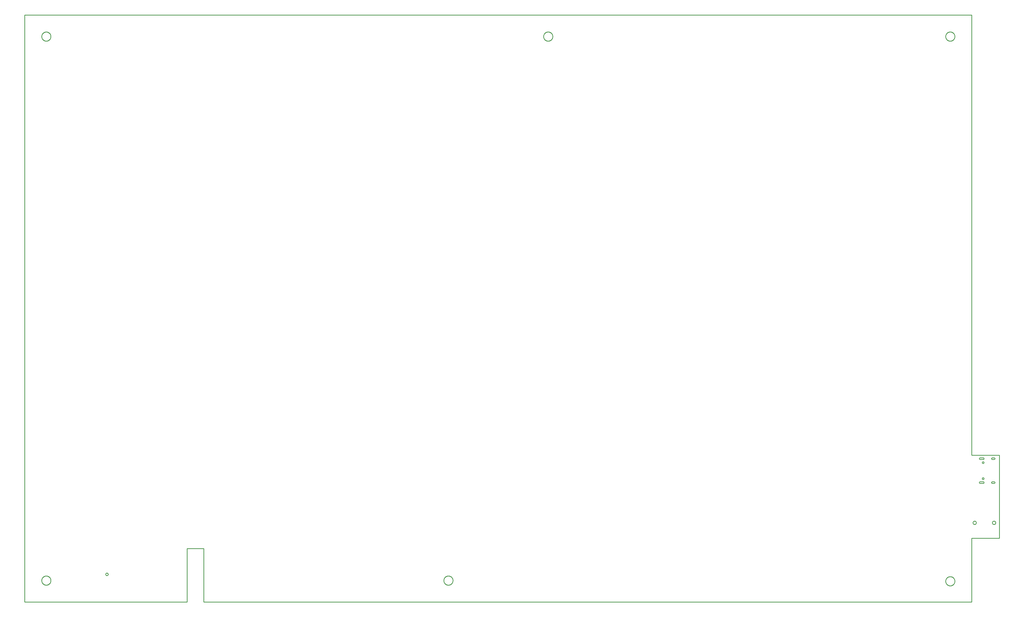
<source format=gko>
G04 EAGLE Gerber RS-274X export*
G75*
%MOMM*%
%FSLAX34Y34*%
%LPD*%
%IN*%
%IPPOS*%
%AMOC8*
5,1,8,0,0,1.08239X$1,22.5*%
G01*
%ADD10C,0.203200*%
%ADD11C,0.000000*%
%ADD12C,0.010000*%
%ADD13C,0.254000*%


D10*
X3416100Y0D02*
X3416100Y230000D01*
X3516100Y230000D01*
X3516100Y530000D01*
X3416100Y530000D01*
X3416100Y2119100D01*
X0Y2119100D01*
X0Y0D01*
X585630Y0D01*
X585630Y193200D01*
X645320Y193200D01*
X645320Y0D01*
X3416100Y0D01*
D11*
X3322090Y75000D02*
X3322095Y75405D01*
X3322110Y75810D01*
X3322135Y76215D01*
X3322170Y76618D01*
X3322214Y77021D01*
X3322269Y77423D01*
X3322333Y77823D01*
X3322407Y78221D01*
X3322491Y78617D01*
X3322585Y79012D01*
X3322688Y79403D01*
X3322801Y79793D01*
X3322923Y80179D01*
X3323055Y80562D01*
X3323196Y80942D01*
X3323347Y81318D01*
X3323506Y81691D01*
X3323675Y82059D01*
X3323853Y82423D01*
X3324039Y82783D01*
X3324235Y83138D01*
X3324439Y83488D01*
X3324651Y83833D01*
X3324872Y84172D01*
X3325102Y84507D01*
X3325339Y84835D01*
X3325584Y85157D01*
X3325838Y85474D01*
X3326098Y85784D01*
X3326367Y86087D01*
X3326643Y86384D01*
X3326926Y86674D01*
X3327216Y86957D01*
X3327513Y87233D01*
X3327816Y87502D01*
X3328126Y87762D01*
X3328443Y88016D01*
X3328765Y88261D01*
X3329093Y88498D01*
X3329428Y88728D01*
X3329767Y88949D01*
X3330112Y89161D01*
X3330462Y89365D01*
X3330817Y89561D01*
X3331177Y89747D01*
X3331541Y89925D01*
X3331909Y90094D01*
X3332282Y90253D01*
X3332658Y90404D01*
X3333038Y90545D01*
X3333421Y90677D01*
X3333807Y90799D01*
X3334197Y90912D01*
X3334588Y91015D01*
X3334983Y91109D01*
X3335379Y91193D01*
X3335777Y91267D01*
X3336177Y91331D01*
X3336579Y91386D01*
X3336982Y91430D01*
X3337385Y91465D01*
X3337790Y91490D01*
X3338195Y91505D01*
X3338600Y91510D01*
X3339005Y91505D01*
X3339410Y91490D01*
X3339815Y91465D01*
X3340218Y91430D01*
X3340621Y91386D01*
X3341023Y91331D01*
X3341423Y91267D01*
X3341821Y91193D01*
X3342217Y91109D01*
X3342612Y91015D01*
X3343003Y90912D01*
X3343393Y90799D01*
X3343779Y90677D01*
X3344162Y90545D01*
X3344542Y90404D01*
X3344918Y90253D01*
X3345291Y90094D01*
X3345659Y89925D01*
X3346023Y89747D01*
X3346383Y89561D01*
X3346738Y89365D01*
X3347088Y89161D01*
X3347433Y88949D01*
X3347772Y88728D01*
X3348107Y88498D01*
X3348435Y88261D01*
X3348757Y88016D01*
X3349074Y87762D01*
X3349384Y87502D01*
X3349687Y87233D01*
X3349984Y86957D01*
X3350274Y86674D01*
X3350557Y86384D01*
X3350833Y86087D01*
X3351102Y85784D01*
X3351362Y85474D01*
X3351616Y85157D01*
X3351861Y84835D01*
X3352098Y84507D01*
X3352328Y84172D01*
X3352549Y83833D01*
X3352761Y83488D01*
X3352965Y83138D01*
X3353161Y82783D01*
X3353347Y82423D01*
X3353525Y82059D01*
X3353694Y81691D01*
X3353853Y81318D01*
X3354004Y80942D01*
X3354145Y80562D01*
X3354277Y80179D01*
X3354399Y79793D01*
X3354512Y79403D01*
X3354615Y79012D01*
X3354709Y78617D01*
X3354793Y78221D01*
X3354867Y77823D01*
X3354931Y77423D01*
X3354986Y77021D01*
X3355030Y76618D01*
X3355065Y76215D01*
X3355090Y75810D01*
X3355105Y75405D01*
X3355110Y75000D01*
X3355105Y74595D01*
X3355090Y74190D01*
X3355065Y73785D01*
X3355030Y73382D01*
X3354986Y72979D01*
X3354931Y72577D01*
X3354867Y72177D01*
X3354793Y71779D01*
X3354709Y71383D01*
X3354615Y70988D01*
X3354512Y70597D01*
X3354399Y70207D01*
X3354277Y69821D01*
X3354145Y69438D01*
X3354004Y69058D01*
X3353853Y68682D01*
X3353694Y68309D01*
X3353525Y67941D01*
X3353347Y67577D01*
X3353161Y67217D01*
X3352965Y66862D01*
X3352761Y66512D01*
X3352549Y66167D01*
X3352328Y65828D01*
X3352098Y65493D01*
X3351861Y65165D01*
X3351616Y64843D01*
X3351362Y64526D01*
X3351102Y64216D01*
X3350833Y63913D01*
X3350557Y63616D01*
X3350274Y63326D01*
X3349984Y63043D01*
X3349687Y62767D01*
X3349384Y62498D01*
X3349074Y62238D01*
X3348757Y61984D01*
X3348435Y61739D01*
X3348107Y61502D01*
X3347772Y61272D01*
X3347433Y61051D01*
X3347088Y60839D01*
X3346738Y60635D01*
X3346383Y60439D01*
X3346023Y60253D01*
X3345659Y60075D01*
X3345291Y59906D01*
X3344918Y59747D01*
X3344542Y59596D01*
X3344162Y59455D01*
X3343779Y59323D01*
X3343393Y59201D01*
X3343003Y59088D01*
X3342612Y58985D01*
X3342217Y58891D01*
X3341821Y58807D01*
X3341423Y58733D01*
X3341023Y58669D01*
X3340621Y58614D01*
X3340218Y58570D01*
X3339815Y58535D01*
X3339410Y58510D01*
X3339005Y58495D01*
X3338600Y58490D01*
X3338195Y58495D01*
X3337790Y58510D01*
X3337385Y58535D01*
X3336982Y58570D01*
X3336579Y58614D01*
X3336177Y58669D01*
X3335777Y58733D01*
X3335379Y58807D01*
X3334983Y58891D01*
X3334588Y58985D01*
X3334197Y59088D01*
X3333807Y59201D01*
X3333421Y59323D01*
X3333038Y59455D01*
X3332658Y59596D01*
X3332282Y59747D01*
X3331909Y59906D01*
X3331541Y60075D01*
X3331177Y60253D01*
X3330817Y60439D01*
X3330462Y60635D01*
X3330112Y60839D01*
X3329767Y61051D01*
X3329428Y61272D01*
X3329093Y61502D01*
X3328765Y61739D01*
X3328443Y61984D01*
X3328126Y62238D01*
X3327816Y62498D01*
X3327513Y62767D01*
X3327216Y63043D01*
X3326926Y63326D01*
X3326643Y63616D01*
X3326367Y63913D01*
X3326098Y64216D01*
X3325838Y64526D01*
X3325584Y64843D01*
X3325339Y65165D01*
X3325102Y65493D01*
X3324872Y65828D01*
X3324651Y66167D01*
X3324439Y66512D01*
X3324235Y66862D01*
X3324039Y67217D01*
X3323853Y67577D01*
X3323675Y67941D01*
X3323506Y68309D01*
X3323347Y68682D01*
X3323196Y69058D01*
X3323055Y69438D01*
X3322923Y69821D01*
X3322801Y70207D01*
X3322688Y70597D01*
X3322585Y70988D01*
X3322491Y71383D01*
X3322407Y71779D01*
X3322333Y72177D01*
X3322269Y72577D01*
X3322214Y72979D01*
X3322170Y73382D01*
X3322135Y73785D01*
X3322110Y74190D01*
X3322095Y74595D01*
X3322090Y75000D01*
X60990Y77500D02*
X60995Y77905D01*
X61010Y78310D01*
X61035Y78715D01*
X61070Y79118D01*
X61114Y79521D01*
X61169Y79923D01*
X61233Y80323D01*
X61307Y80721D01*
X61391Y81117D01*
X61485Y81512D01*
X61588Y81903D01*
X61701Y82293D01*
X61823Y82679D01*
X61955Y83062D01*
X62096Y83442D01*
X62247Y83818D01*
X62406Y84191D01*
X62575Y84559D01*
X62753Y84923D01*
X62939Y85283D01*
X63135Y85638D01*
X63339Y85988D01*
X63551Y86333D01*
X63772Y86672D01*
X64002Y87007D01*
X64239Y87335D01*
X64484Y87657D01*
X64738Y87974D01*
X64998Y88284D01*
X65267Y88587D01*
X65543Y88884D01*
X65826Y89174D01*
X66116Y89457D01*
X66413Y89733D01*
X66716Y90002D01*
X67026Y90262D01*
X67343Y90516D01*
X67665Y90761D01*
X67993Y90998D01*
X68328Y91228D01*
X68667Y91449D01*
X69012Y91661D01*
X69362Y91865D01*
X69717Y92061D01*
X70077Y92247D01*
X70441Y92425D01*
X70809Y92594D01*
X71182Y92753D01*
X71558Y92904D01*
X71938Y93045D01*
X72321Y93177D01*
X72707Y93299D01*
X73097Y93412D01*
X73488Y93515D01*
X73883Y93609D01*
X74279Y93693D01*
X74677Y93767D01*
X75077Y93831D01*
X75479Y93886D01*
X75882Y93930D01*
X76285Y93965D01*
X76690Y93990D01*
X77095Y94005D01*
X77500Y94010D01*
X77905Y94005D01*
X78310Y93990D01*
X78715Y93965D01*
X79118Y93930D01*
X79521Y93886D01*
X79923Y93831D01*
X80323Y93767D01*
X80721Y93693D01*
X81117Y93609D01*
X81512Y93515D01*
X81903Y93412D01*
X82293Y93299D01*
X82679Y93177D01*
X83062Y93045D01*
X83442Y92904D01*
X83818Y92753D01*
X84191Y92594D01*
X84559Y92425D01*
X84923Y92247D01*
X85283Y92061D01*
X85638Y91865D01*
X85988Y91661D01*
X86333Y91449D01*
X86672Y91228D01*
X87007Y90998D01*
X87335Y90761D01*
X87657Y90516D01*
X87974Y90262D01*
X88284Y90002D01*
X88587Y89733D01*
X88884Y89457D01*
X89174Y89174D01*
X89457Y88884D01*
X89733Y88587D01*
X90002Y88284D01*
X90262Y87974D01*
X90516Y87657D01*
X90761Y87335D01*
X90998Y87007D01*
X91228Y86672D01*
X91449Y86333D01*
X91661Y85988D01*
X91865Y85638D01*
X92061Y85283D01*
X92247Y84923D01*
X92425Y84559D01*
X92594Y84191D01*
X92753Y83818D01*
X92904Y83442D01*
X93045Y83062D01*
X93177Y82679D01*
X93299Y82293D01*
X93412Y81903D01*
X93515Y81512D01*
X93609Y81117D01*
X93693Y80721D01*
X93767Y80323D01*
X93831Y79923D01*
X93886Y79521D01*
X93930Y79118D01*
X93965Y78715D01*
X93990Y78310D01*
X94005Y77905D01*
X94010Y77500D01*
X94005Y77095D01*
X93990Y76690D01*
X93965Y76285D01*
X93930Y75882D01*
X93886Y75479D01*
X93831Y75077D01*
X93767Y74677D01*
X93693Y74279D01*
X93609Y73883D01*
X93515Y73488D01*
X93412Y73097D01*
X93299Y72707D01*
X93177Y72321D01*
X93045Y71938D01*
X92904Y71558D01*
X92753Y71182D01*
X92594Y70809D01*
X92425Y70441D01*
X92247Y70077D01*
X92061Y69717D01*
X91865Y69362D01*
X91661Y69012D01*
X91449Y68667D01*
X91228Y68328D01*
X90998Y67993D01*
X90761Y67665D01*
X90516Y67343D01*
X90262Y67026D01*
X90002Y66716D01*
X89733Y66413D01*
X89457Y66116D01*
X89174Y65826D01*
X88884Y65543D01*
X88587Y65267D01*
X88284Y64998D01*
X87974Y64738D01*
X87657Y64484D01*
X87335Y64239D01*
X87007Y64002D01*
X86672Y63772D01*
X86333Y63551D01*
X85988Y63339D01*
X85638Y63135D01*
X85283Y62939D01*
X84923Y62753D01*
X84559Y62575D01*
X84191Y62406D01*
X83818Y62247D01*
X83442Y62096D01*
X83062Y61955D01*
X82679Y61823D01*
X82293Y61701D01*
X81903Y61588D01*
X81512Y61485D01*
X81117Y61391D01*
X80721Y61307D01*
X80323Y61233D01*
X79923Y61169D01*
X79521Y61114D01*
X79118Y61070D01*
X78715Y61035D01*
X78310Y61010D01*
X77905Y60995D01*
X77500Y60990D01*
X77095Y60995D01*
X76690Y61010D01*
X76285Y61035D01*
X75882Y61070D01*
X75479Y61114D01*
X75077Y61169D01*
X74677Y61233D01*
X74279Y61307D01*
X73883Y61391D01*
X73488Y61485D01*
X73097Y61588D01*
X72707Y61701D01*
X72321Y61823D01*
X71938Y61955D01*
X71558Y62096D01*
X71182Y62247D01*
X70809Y62406D01*
X70441Y62575D01*
X70077Y62753D01*
X69717Y62939D01*
X69362Y63135D01*
X69012Y63339D01*
X68667Y63551D01*
X68328Y63772D01*
X67993Y64002D01*
X67665Y64239D01*
X67343Y64484D01*
X67026Y64738D01*
X66716Y64998D01*
X66413Y65267D01*
X66116Y65543D01*
X65826Y65826D01*
X65543Y66116D01*
X65267Y66413D01*
X64998Y66716D01*
X64738Y67026D01*
X64484Y67343D01*
X64239Y67665D01*
X64002Y67993D01*
X63772Y68328D01*
X63551Y68667D01*
X63339Y69012D01*
X63135Y69362D01*
X62939Y69717D01*
X62753Y70077D01*
X62575Y70441D01*
X62406Y70809D01*
X62247Y71182D01*
X62096Y71558D01*
X61955Y71938D01*
X61823Y72321D01*
X61701Y72707D01*
X61588Y73097D01*
X61485Y73488D01*
X61391Y73883D01*
X61307Y74279D01*
X61233Y74677D01*
X61169Y75077D01*
X61114Y75479D01*
X61070Y75882D01*
X61035Y76285D01*
X61010Y76690D01*
X60995Y77095D01*
X60990Y77500D01*
X3453850Y445530D02*
X3453852Y445643D01*
X3453858Y445757D01*
X3453868Y445870D01*
X3453882Y445982D01*
X3453899Y446094D01*
X3453921Y446206D01*
X3453947Y446316D01*
X3453976Y446426D01*
X3454009Y446534D01*
X3454046Y446642D01*
X3454087Y446747D01*
X3454131Y446852D01*
X3454179Y446955D01*
X3454230Y447056D01*
X3454285Y447155D01*
X3454344Y447252D01*
X3454406Y447347D01*
X3454471Y447440D01*
X3454539Y447531D01*
X3454610Y447619D01*
X3454685Y447705D01*
X3454762Y447788D01*
X3454842Y447868D01*
X3454925Y447945D01*
X3455011Y448020D01*
X3455099Y448091D01*
X3455190Y448159D01*
X3455283Y448224D01*
X3455378Y448286D01*
X3455475Y448345D01*
X3455574Y448400D01*
X3455675Y448451D01*
X3455778Y448499D01*
X3455883Y448543D01*
X3455988Y448584D01*
X3456096Y448621D01*
X3456204Y448654D01*
X3456314Y448683D01*
X3456424Y448709D01*
X3456536Y448731D01*
X3456648Y448748D01*
X3456760Y448762D01*
X3456873Y448772D01*
X3456987Y448778D01*
X3457100Y448780D01*
X3457213Y448778D01*
X3457327Y448772D01*
X3457440Y448762D01*
X3457552Y448748D01*
X3457664Y448731D01*
X3457776Y448709D01*
X3457886Y448683D01*
X3457996Y448654D01*
X3458104Y448621D01*
X3458212Y448584D01*
X3458317Y448543D01*
X3458422Y448499D01*
X3458525Y448451D01*
X3458626Y448400D01*
X3458725Y448345D01*
X3458822Y448286D01*
X3458917Y448224D01*
X3459010Y448159D01*
X3459101Y448091D01*
X3459189Y448020D01*
X3459275Y447945D01*
X3459358Y447868D01*
X3459438Y447788D01*
X3459515Y447705D01*
X3459590Y447619D01*
X3459661Y447531D01*
X3459729Y447440D01*
X3459794Y447347D01*
X3459856Y447252D01*
X3459915Y447155D01*
X3459970Y447056D01*
X3460021Y446955D01*
X3460069Y446852D01*
X3460113Y446747D01*
X3460154Y446642D01*
X3460191Y446534D01*
X3460224Y446426D01*
X3460253Y446316D01*
X3460279Y446206D01*
X3460301Y446094D01*
X3460318Y445982D01*
X3460332Y445870D01*
X3460342Y445757D01*
X3460348Y445643D01*
X3460350Y445530D01*
X3460348Y445417D01*
X3460342Y445303D01*
X3460332Y445190D01*
X3460318Y445078D01*
X3460301Y444966D01*
X3460279Y444854D01*
X3460253Y444744D01*
X3460224Y444634D01*
X3460191Y444526D01*
X3460154Y444418D01*
X3460113Y444313D01*
X3460069Y444208D01*
X3460021Y444105D01*
X3459970Y444004D01*
X3459915Y443905D01*
X3459856Y443808D01*
X3459794Y443713D01*
X3459729Y443620D01*
X3459661Y443529D01*
X3459590Y443441D01*
X3459515Y443355D01*
X3459438Y443272D01*
X3459358Y443192D01*
X3459275Y443115D01*
X3459189Y443040D01*
X3459101Y442969D01*
X3459010Y442901D01*
X3458917Y442836D01*
X3458822Y442774D01*
X3458725Y442715D01*
X3458626Y442660D01*
X3458525Y442609D01*
X3458422Y442561D01*
X3458317Y442517D01*
X3458212Y442476D01*
X3458104Y442439D01*
X3457996Y442406D01*
X3457886Y442377D01*
X3457776Y442351D01*
X3457664Y442329D01*
X3457552Y442312D01*
X3457440Y442298D01*
X3457327Y442288D01*
X3457213Y442282D01*
X3457100Y442280D01*
X3456987Y442282D01*
X3456873Y442288D01*
X3456760Y442298D01*
X3456648Y442312D01*
X3456536Y442329D01*
X3456424Y442351D01*
X3456314Y442377D01*
X3456204Y442406D01*
X3456096Y442439D01*
X3455988Y442476D01*
X3455883Y442517D01*
X3455778Y442561D01*
X3455675Y442609D01*
X3455574Y442660D01*
X3455475Y442715D01*
X3455378Y442774D01*
X3455283Y442836D01*
X3455190Y442901D01*
X3455099Y442969D01*
X3455011Y443040D01*
X3454925Y443115D01*
X3454842Y443192D01*
X3454762Y443272D01*
X3454685Y443355D01*
X3454610Y443441D01*
X3454539Y443529D01*
X3454471Y443620D01*
X3454406Y443713D01*
X3454344Y443808D01*
X3454285Y443905D01*
X3454230Y444004D01*
X3454179Y444105D01*
X3454131Y444208D01*
X3454087Y444313D01*
X3454046Y444418D01*
X3454009Y444526D01*
X3453976Y444634D01*
X3453947Y444744D01*
X3453921Y444854D01*
X3453899Y444966D01*
X3453882Y445078D01*
X3453868Y445190D01*
X3453858Y445303D01*
X3453852Y445417D01*
X3453850Y445530D01*
X3453850Y503330D02*
X3453852Y503443D01*
X3453858Y503557D01*
X3453868Y503670D01*
X3453882Y503782D01*
X3453899Y503894D01*
X3453921Y504006D01*
X3453947Y504116D01*
X3453976Y504226D01*
X3454009Y504334D01*
X3454046Y504442D01*
X3454087Y504547D01*
X3454131Y504652D01*
X3454179Y504755D01*
X3454230Y504856D01*
X3454285Y504955D01*
X3454344Y505052D01*
X3454406Y505147D01*
X3454471Y505240D01*
X3454539Y505331D01*
X3454610Y505419D01*
X3454685Y505505D01*
X3454762Y505588D01*
X3454842Y505668D01*
X3454925Y505745D01*
X3455011Y505820D01*
X3455099Y505891D01*
X3455190Y505959D01*
X3455283Y506024D01*
X3455378Y506086D01*
X3455475Y506145D01*
X3455574Y506200D01*
X3455675Y506251D01*
X3455778Y506299D01*
X3455883Y506343D01*
X3455988Y506384D01*
X3456096Y506421D01*
X3456204Y506454D01*
X3456314Y506483D01*
X3456424Y506509D01*
X3456536Y506531D01*
X3456648Y506548D01*
X3456760Y506562D01*
X3456873Y506572D01*
X3456987Y506578D01*
X3457100Y506580D01*
X3457213Y506578D01*
X3457327Y506572D01*
X3457440Y506562D01*
X3457552Y506548D01*
X3457664Y506531D01*
X3457776Y506509D01*
X3457886Y506483D01*
X3457996Y506454D01*
X3458104Y506421D01*
X3458212Y506384D01*
X3458317Y506343D01*
X3458422Y506299D01*
X3458525Y506251D01*
X3458626Y506200D01*
X3458725Y506145D01*
X3458822Y506086D01*
X3458917Y506024D01*
X3459010Y505959D01*
X3459101Y505891D01*
X3459189Y505820D01*
X3459275Y505745D01*
X3459358Y505668D01*
X3459438Y505588D01*
X3459515Y505505D01*
X3459590Y505419D01*
X3459661Y505331D01*
X3459729Y505240D01*
X3459794Y505147D01*
X3459856Y505052D01*
X3459915Y504955D01*
X3459970Y504856D01*
X3460021Y504755D01*
X3460069Y504652D01*
X3460113Y504547D01*
X3460154Y504442D01*
X3460191Y504334D01*
X3460224Y504226D01*
X3460253Y504116D01*
X3460279Y504006D01*
X3460301Y503894D01*
X3460318Y503782D01*
X3460332Y503670D01*
X3460342Y503557D01*
X3460348Y503443D01*
X3460350Y503330D01*
X3460348Y503217D01*
X3460342Y503103D01*
X3460332Y502990D01*
X3460318Y502878D01*
X3460301Y502766D01*
X3460279Y502654D01*
X3460253Y502544D01*
X3460224Y502434D01*
X3460191Y502326D01*
X3460154Y502218D01*
X3460113Y502113D01*
X3460069Y502008D01*
X3460021Y501905D01*
X3459970Y501804D01*
X3459915Y501705D01*
X3459856Y501608D01*
X3459794Y501513D01*
X3459729Y501420D01*
X3459661Y501329D01*
X3459590Y501241D01*
X3459515Y501155D01*
X3459438Y501072D01*
X3459358Y500992D01*
X3459275Y500915D01*
X3459189Y500840D01*
X3459101Y500769D01*
X3459010Y500701D01*
X3458917Y500636D01*
X3458822Y500574D01*
X3458725Y500515D01*
X3458626Y500460D01*
X3458525Y500409D01*
X3458422Y500361D01*
X3458317Y500317D01*
X3458212Y500276D01*
X3458104Y500239D01*
X3457996Y500206D01*
X3457886Y500177D01*
X3457776Y500151D01*
X3457664Y500129D01*
X3457552Y500112D01*
X3457440Y500098D01*
X3457327Y500088D01*
X3457213Y500082D01*
X3457100Y500080D01*
X3456987Y500082D01*
X3456873Y500088D01*
X3456760Y500098D01*
X3456648Y500112D01*
X3456536Y500129D01*
X3456424Y500151D01*
X3456314Y500177D01*
X3456204Y500206D01*
X3456096Y500239D01*
X3455988Y500276D01*
X3455883Y500317D01*
X3455778Y500361D01*
X3455675Y500409D01*
X3455574Y500460D01*
X3455475Y500515D01*
X3455378Y500574D01*
X3455283Y500636D01*
X3455190Y500701D01*
X3455099Y500769D01*
X3455011Y500840D01*
X3454925Y500915D01*
X3454842Y500992D01*
X3454762Y501072D01*
X3454685Y501155D01*
X3454610Y501241D01*
X3454539Y501329D01*
X3454471Y501420D01*
X3454406Y501513D01*
X3454344Y501608D01*
X3454285Y501705D01*
X3454230Y501804D01*
X3454179Y501905D01*
X3454131Y502008D01*
X3454087Y502113D01*
X3454046Y502218D01*
X3454009Y502326D01*
X3453976Y502434D01*
X3453947Y502544D01*
X3453921Y502654D01*
X3453899Y502766D01*
X3453882Y502878D01*
X3453868Y502990D01*
X3453858Y503103D01*
X3453852Y503217D01*
X3453850Y503330D01*
D12*
X3490450Y428230D02*
X3496650Y428230D01*
X3496650Y434230D02*
X3490450Y434230D01*
X3490342Y434228D01*
X3490234Y434222D01*
X3490126Y434212D01*
X3490018Y434199D01*
X3489911Y434181D01*
X3489805Y434160D01*
X3489700Y434135D01*
X3489595Y434106D01*
X3489492Y434073D01*
X3489390Y434037D01*
X3489289Y433996D01*
X3489190Y433953D01*
X3489093Y433905D01*
X3488997Y433855D01*
X3488903Y433801D01*
X3488812Y433743D01*
X3488722Y433682D01*
X3488634Y433618D01*
X3488549Y433551D01*
X3488467Y433481D01*
X3488387Y433408D01*
X3488310Y433332D01*
X3488235Y433253D01*
X3488164Y433172D01*
X3488095Y433088D01*
X3488029Y433002D01*
X3487967Y432914D01*
X3487908Y432823D01*
X3487852Y432730D01*
X3487799Y432635D01*
X3487750Y432539D01*
X3487705Y432440D01*
X3487663Y432340D01*
X3487625Y432239D01*
X3487590Y432136D01*
X3487559Y432033D01*
X3487532Y431928D01*
X3487509Y431822D01*
X3487490Y431715D01*
X3487474Y431608D01*
X3487462Y431500D01*
X3487454Y431392D01*
X3487450Y431284D01*
X3487450Y431176D01*
X3487454Y431068D01*
X3487462Y430960D01*
X3487474Y430852D01*
X3487490Y430745D01*
X3487509Y430638D01*
X3487532Y430532D01*
X3487559Y430427D01*
X3487590Y430324D01*
X3487625Y430221D01*
X3487663Y430120D01*
X3487705Y430020D01*
X3487750Y429921D01*
X3487799Y429825D01*
X3487852Y429730D01*
X3487908Y429637D01*
X3487967Y429546D01*
X3488029Y429458D01*
X3488095Y429372D01*
X3488164Y429288D01*
X3488235Y429207D01*
X3488310Y429128D01*
X3488387Y429052D01*
X3488467Y428979D01*
X3488549Y428909D01*
X3488634Y428842D01*
X3488722Y428778D01*
X3488812Y428717D01*
X3488903Y428659D01*
X3488997Y428605D01*
X3489093Y428555D01*
X3489190Y428507D01*
X3489289Y428464D01*
X3489390Y428423D01*
X3489492Y428387D01*
X3489595Y428354D01*
X3489700Y428325D01*
X3489805Y428300D01*
X3489911Y428279D01*
X3490018Y428261D01*
X3490126Y428248D01*
X3490234Y428238D01*
X3490342Y428232D01*
X3490450Y428230D01*
X3496650Y428230D02*
X3496758Y428232D01*
X3496866Y428238D01*
X3496974Y428248D01*
X3497082Y428261D01*
X3497189Y428279D01*
X3497295Y428300D01*
X3497400Y428325D01*
X3497505Y428354D01*
X3497608Y428387D01*
X3497710Y428423D01*
X3497811Y428464D01*
X3497910Y428507D01*
X3498007Y428555D01*
X3498103Y428605D01*
X3498197Y428659D01*
X3498288Y428717D01*
X3498378Y428778D01*
X3498466Y428842D01*
X3498551Y428909D01*
X3498633Y428979D01*
X3498713Y429052D01*
X3498790Y429128D01*
X3498865Y429207D01*
X3498936Y429288D01*
X3499005Y429372D01*
X3499071Y429458D01*
X3499133Y429546D01*
X3499192Y429637D01*
X3499248Y429730D01*
X3499301Y429825D01*
X3499350Y429921D01*
X3499395Y430020D01*
X3499437Y430120D01*
X3499475Y430221D01*
X3499510Y430324D01*
X3499541Y430427D01*
X3499568Y430532D01*
X3499591Y430638D01*
X3499610Y430745D01*
X3499626Y430852D01*
X3499638Y430960D01*
X3499646Y431068D01*
X3499650Y431176D01*
X3499650Y431284D01*
X3499646Y431392D01*
X3499638Y431500D01*
X3499626Y431608D01*
X3499610Y431715D01*
X3499591Y431822D01*
X3499568Y431928D01*
X3499541Y432033D01*
X3499510Y432136D01*
X3499475Y432239D01*
X3499437Y432340D01*
X3499395Y432440D01*
X3499350Y432539D01*
X3499301Y432635D01*
X3499248Y432730D01*
X3499192Y432823D01*
X3499133Y432914D01*
X3499071Y433002D01*
X3499005Y433088D01*
X3498936Y433172D01*
X3498865Y433253D01*
X3498790Y433332D01*
X3498713Y433408D01*
X3498633Y433481D01*
X3498551Y433551D01*
X3498466Y433618D01*
X3498378Y433682D01*
X3498288Y433743D01*
X3498197Y433801D01*
X3498103Y433855D01*
X3498007Y433905D01*
X3497910Y433953D01*
X3497811Y433996D01*
X3497710Y434037D01*
X3497608Y434073D01*
X3497505Y434106D01*
X3497400Y434135D01*
X3497295Y434160D01*
X3497189Y434181D01*
X3497082Y434199D01*
X3496974Y434212D01*
X3496866Y434222D01*
X3496758Y434228D01*
X3496650Y434230D01*
X3457300Y428230D02*
X3446300Y428230D01*
X3446300Y434230D02*
X3457300Y434230D01*
X3457408Y434228D01*
X3457516Y434222D01*
X3457624Y434212D01*
X3457732Y434199D01*
X3457839Y434181D01*
X3457945Y434160D01*
X3458050Y434135D01*
X3458155Y434106D01*
X3458258Y434073D01*
X3458360Y434037D01*
X3458461Y433996D01*
X3458560Y433953D01*
X3458657Y433905D01*
X3458753Y433855D01*
X3458847Y433801D01*
X3458938Y433743D01*
X3459028Y433682D01*
X3459116Y433618D01*
X3459201Y433551D01*
X3459283Y433481D01*
X3459363Y433408D01*
X3459440Y433332D01*
X3459515Y433253D01*
X3459586Y433172D01*
X3459655Y433088D01*
X3459721Y433002D01*
X3459783Y432914D01*
X3459842Y432823D01*
X3459898Y432730D01*
X3459951Y432635D01*
X3460000Y432539D01*
X3460045Y432440D01*
X3460087Y432340D01*
X3460125Y432239D01*
X3460160Y432136D01*
X3460191Y432033D01*
X3460218Y431928D01*
X3460241Y431822D01*
X3460260Y431715D01*
X3460276Y431608D01*
X3460288Y431500D01*
X3460296Y431392D01*
X3460300Y431284D01*
X3460300Y431176D01*
X3460296Y431068D01*
X3460288Y430960D01*
X3460276Y430852D01*
X3460260Y430745D01*
X3460241Y430638D01*
X3460218Y430532D01*
X3460191Y430427D01*
X3460160Y430324D01*
X3460125Y430221D01*
X3460087Y430120D01*
X3460045Y430020D01*
X3460000Y429921D01*
X3459951Y429825D01*
X3459898Y429730D01*
X3459842Y429637D01*
X3459783Y429546D01*
X3459721Y429458D01*
X3459655Y429372D01*
X3459586Y429288D01*
X3459515Y429207D01*
X3459440Y429128D01*
X3459363Y429052D01*
X3459283Y428979D01*
X3459201Y428909D01*
X3459116Y428842D01*
X3459028Y428778D01*
X3458938Y428717D01*
X3458847Y428659D01*
X3458753Y428605D01*
X3458657Y428555D01*
X3458560Y428507D01*
X3458461Y428464D01*
X3458360Y428423D01*
X3458258Y428387D01*
X3458155Y428354D01*
X3458050Y428325D01*
X3457945Y428300D01*
X3457839Y428279D01*
X3457732Y428261D01*
X3457624Y428248D01*
X3457516Y428238D01*
X3457408Y428232D01*
X3457300Y428230D01*
X3446300Y428230D02*
X3446192Y428232D01*
X3446084Y428238D01*
X3445976Y428248D01*
X3445868Y428261D01*
X3445761Y428279D01*
X3445655Y428300D01*
X3445550Y428325D01*
X3445445Y428354D01*
X3445342Y428387D01*
X3445240Y428423D01*
X3445139Y428464D01*
X3445040Y428507D01*
X3444943Y428555D01*
X3444847Y428605D01*
X3444753Y428659D01*
X3444662Y428717D01*
X3444572Y428778D01*
X3444484Y428842D01*
X3444399Y428909D01*
X3444317Y428979D01*
X3444237Y429052D01*
X3444160Y429128D01*
X3444085Y429207D01*
X3444014Y429288D01*
X3443945Y429372D01*
X3443879Y429458D01*
X3443817Y429546D01*
X3443758Y429637D01*
X3443702Y429730D01*
X3443649Y429825D01*
X3443600Y429921D01*
X3443555Y430020D01*
X3443513Y430120D01*
X3443475Y430221D01*
X3443440Y430324D01*
X3443409Y430427D01*
X3443382Y430532D01*
X3443359Y430638D01*
X3443340Y430745D01*
X3443324Y430852D01*
X3443312Y430960D01*
X3443304Y431068D01*
X3443300Y431176D01*
X3443300Y431284D01*
X3443304Y431392D01*
X3443312Y431500D01*
X3443324Y431608D01*
X3443340Y431715D01*
X3443359Y431822D01*
X3443382Y431928D01*
X3443409Y432033D01*
X3443440Y432136D01*
X3443475Y432239D01*
X3443513Y432340D01*
X3443555Y432440D01*
X3443600Y432539D01*
X3443649Y432635D01*
X3443702Y432730D01*
X3443758Y432823D01*
X3443817Y432914D01*
X3443879Y433002D01*
X3443945Y433088D01*
X3444014Y433172D01*
X3444085Y433253D01*
X3444160Y433332D01*
X3444237Y433408D01*
X3444317Y433481D01*
X3444399Y433551D01*
X3444484Y433618D01*
X3444572Y433682D01*
X3444662Y433743D01*
X3444753Y433801D01*
X3444847Y433855D01*
X3444943Y433905D01*
X3445040Y433953D01*
X3445139Y433996D01*
X3445240Y434037D01*
X3445342Y434073D01*
X3445445Y434106D01*
X3445550Y434135D01*
X3445655Y434160D01*
X3445761Y434181D01*
X3445868Y434199D01*
X3445976Y434212D01*
X3446084Y434222D01*
X3446192Y434228D01*
X3446300Y434230D01*
X3490450Y514630D02*
X3496650Y514630D01*
X3496650Y520630D02*
X3490450Y520630D01*
X3490342Y520628D01*
X3490234Y520622D01*
X3490126Y520612D01*
X3490018Y520599D01*
X3489911Y520581D01*
X3489805Y520560D01*
X3489700Y520535D01*
X3489595Y520506D01*
X3489492Y520473D01*
X3489390Y520437D01*
X3489289Y520396D01*
X3489190Y520353D01*
X3489093Y520305D01*
X3488997Y520255D01*
X3488903Y520201D01*
X3488812Y520143D01*
X3488722Y520082D01*
X3488634Y520018D01*
X3488549Y519951D01*
X3488467Y519881D01*
X3488387Y519808D01*
X3488310Y519732D01*
X3488235Y519653D01*
X3488164Y519572D01*
X3488095Y519488D01*
X3488029Y519402D01*
X3487967Y519314D01*
X3487908Y519223D01*
X3487852Y519130D01*
X3487799Y519035D01*
X3487750Y518939D01*
X3487705Y518840D01*
X3487663Y518740D01*
X3487625Y518639D01*
X3487590Y518536D01*
X3487559Y518433D01*
X3487532Y518328D01*
X3487509Y518222D01*
X3487490Y518115D01*
X3487474Y518008D01*
X3487462Y517900D01*
X3487454Y517792D01*
X3487450Y517684D01*
X3487450Y517576D01*
X3487454Y517468D01*
X3487462Y517360D01*
X3487474Y517252D01*
X3487490Y517145D01*
X3487509Y517038D01*
X3487532Y516932D01*
X3487559Y516827D01*
X3487590Y516724D01*
X3487625Y516621D01*
X3487663Y516520D01*
X3487705Y516420D01*
X3487750Y516321D01*
X3487799Y516225D01*
X3487852Y516130D01*
X3487908Y516037D01*
X3487967Y515946D01*
X3488029Y515858D01*
X3488095Y515772D01*
X3488164Y515688D01*
X3488235Y515607D01*
X3488310Y515528D01*
X3488387Y515452D01*
X3488467Y515379D01*
X3488549Y515309D01*
X3488634Y515242D01*
X3488722Y515178D01*
X3488812Y515117D01*
X3488903Y515059D01*
X3488997Y515005D01*
X3489093Y514955D01*
X3489190Y514907D01*
X3489289Y514864D01*
X3489390Y514823D01*
X3489492Y514787D01*
X3489595Y514754D01*
X3489700Y514725D01*
X3489805Y514700D01*
X3489911Y514679D01*
X3490018Y514661D01*
X3490126Y514648D01*
X3490234Y514638D01*
X3490342Y514632D01*
X3490450Y514630D01*
X3496650Y514630D02*
X3496758Y514632D01*
X3496866Y514638D01*
X3496974Y514648D01*
X3497082Y514661D01*
X3497189Y514679D01*
X3497295Y514700D01*
X3497400Y514725D01*
X3497505Y514754D01*
X3497608Y514787D01*
X3497710Y514823D01*
X3497811Y514864D01*
X3497910Y514907D01*
X3498007Y514955D01*
X3498103Y515005D01*
X3498197Y515059D01*
X3498288Y515117D01*
X3498378Y515178D01*
X3498466Y515242D01*
X3498551Y515309D01*
X3498633Y515379D01*
X3498713Y515452D01*
X3498790Y515528D01*
X3498865Y515607D01*
X3498936Y515688D01*
X3499005Y515772D01*
X3499071Y515858D01*
X3499133Y515946D01*
X3499192Y516037D01*
X3499248Y516130D01*
X3499301Y516225D01*
X3499350Y516321D01*
X3499395Y516420D01*
X3499437Y516520D01*
X3499475Y516621D01*
X3499510Y516724D01*
X3499541Y516827D01*
X3499568Y516932D01*
X3499591Y517038D01*
X3499610Y517145D01*
X3499626Y517252D01*
X3499638Y517360D01*
X3499646Y517468D01*
X3499650Y517576D01*
X3499650Y517684D01*
X3499646Y517792D01*
X3499638Y517900D01*
X3499626Y518008D01*
X3499610Y518115D01*
X3499591Y518222D01*
X3499568Y518328D01*
X3499541Y518433D01*
X3499510Y518536D01*
X3499475Y518639D01*
X3499437Y518740D01*
X3499395Y518840D01*
X3499350Y518939D01*
X3499301Y519035D01*
X3499248Y519130D01*
X3499192Y519223D01*
X3499133Y519314D01*
X3499071Y519402D01*
X3499005Y519488D01*
X3498936Y519572D01*
X3498865Y519653D01*
X3498790Y519732D01*
X3498713Y519808D01*
X3498633Y519881D01*
X3498551Y519951D01*
X3498466Y520018D01*
X3498378Y520082D01*
X3498288Y520143D01*
X3498197Y520201D01*
X3498103Y520255D01*
X3498007Y520305D01*
X3497910Y520353D01*
X3497811Y520396D01*
X3497710Y520437D01*
X3497608Y520473D01*
X3497505Y520506D01*
X3497400Y520535D01*
X3497295Y520560D01*
X3497189Y520581D01*
X3497082Y520599D01*
X3496974Y520612D01*
X3496866Y520622D01*
X3496758Y520628D01*
X3496650Y520630D01*
X3457300Y514630D02*
X3446300Y514630D01*
X3446300Y520630D02*
X3457300Y520630D01*
X3457408Y520628D01*
X3457516Y520622D01*
X3457624Y520612D01*
X3457732Y520599D01*
X3457839Y520581D01*
X3457945Y520560D01*
X3458050Y520535D01*
X3458155Y520506D01*
X3458258Y520473D01*
X3458360Y520437D01*
X3458461Y520396D01*
X3458560Y520353D01*
X3458657Y520305D01*
X3458753Y520255D01*
X3458847Y520201D01*
X3458938Y520143D01*
X3459028Y520082D01*
X3459116Y520018D01*
X3459201Y519951D01*
X3459283Y519881D01*
X3459363Y519808D01*
X3459440Y519732D01*
X3459515Y519653D01*
X3459586Y519572D01*
X3459655Y519488D01*
X3459721Y519402D01*
X3459783Y519314D01*
X3459842Y519223D01*
X3459898Y519130D01*
X3459951Y519035D01*
X3460000Y518939D01*
X3460045Y518840D01*
X3460087Y518740D01*
X3460125Y518639D01*
X3460160Y518536D01*
X3460191Y518433D01*
X3460218Y518328D01*
X3460241Y518222D01*
X3460260Y518115D01*
X3460276Y518008D01*
X3460288Y517900D01*
X3460296Y517792D01*
X3460300Y517684D01*
X3460300Y517576D01*
X3460296Y517468D01*
X3460288Y517360D01*
X3460276Y517252D01*
X3460260Y517145D01*
X3460241Y517038D01*
X3460218Y516932D01*
X3460191Y516827D01*
X3460160Y516724D01*
X3460125Y516621D01*
X3460087Y516520D01*
X3460045Y516420D01*
X3460000Y516321D01*
X3459951Y516225D01*
X3459898Y516130D01*
X3459842Y516037D01*
X3459783Y515946D01*
X3459721Y515858D01*
X3459655Y515772D01*
X3459586Y515688D01*
X3459515Y515607D01*
X3459440Y515528D01*
X3459363Y515452D01*
X3459283Y515379D01*
X3459201Y515309D01*
X3459116Y515242D01*
X3459028Y515178D01*
X3458938Y515117D01*
X3458847Y515059D01*
X3458753Y515005D01*
X3458657Y514955D01*
X3458560Y514907D01*
X3458461Y514864D01*
X3458360Y514823D01*
X3458258Y514787D01*
X3458155Y514754D01*
X3458050Y514725D01*
X3457945Y514700D01*
X3457839Y514679D01*
X3457732Y514661D01*
X3457624Y514648D01*
X3457516Y514638D01*
X3457408Y514632D01*
X3457300Y514630D01*
X3446300Y514630D02*
X3446192Y514632D01*
X3446084Y514638D01*
X3445976Y514648D01*
X3445868Y514661D01*
X3445761Y514679D01*
X3445655Y514700D01*
X3445550Y514725D01*
X3445445Y514754D01*
X3445342Y514787D01*
X3445240Y514823D01*
X3445139Y514864D01*
X3445040Y514907D01*
X3444943Y514955D01*
X3444847Y515005D01*
X3444753Y515059D01*
X3444662Y515117D01*
X3444572Y515178D01*
X3444484Y515242D01*
X3444399Y515309D01*
X3444317Y515379D01*
X3444237Y515452D01*
X3444160Y515528D01*
X3444085Y515607D01*
X3444014Y515688D01*
X3443945Y515772D01*
X3443879Y515858D01*
X3443817Y515946D01*
X3443758Y516037D01*
X3443702Y516130D01*
X3443649Y516225D01*
X3443600Y516321D01*
X3443555Y516420D01*
X3443513Y516520D01*
X3443475Y516621D01*
X3443440Y516724D01*
X3443409Y516827D01*
X3443382Y516932D01*
X3443359Y517038D01*
X3443340Y517145D01*
X3443324Y517252D01*
X3443312Y517360D01*
X3443304Y517468D01*
X3443300Y517576D01*
X3443300Y517684D01*
X3443304Y517792D01*
X3443312Y517900D01*
X3443324Y518008D01*
X3443340Y518115D01*
X3443359Y518222D01*
X3443382Y518328D01*
X3443409Y518433D01*
X3443440Y518536D01*
X3443475Y518639D01*
X3443513Y518740D01*
X3443555Y518840D01*
X3443600Y518939D01*
X3443649Y519035D01*
X3443702Y519130D01*
X3443758Y519223D01*
X3443817Y519314D01*
X3443879Y519402D01*
X3443945Y519488D01*
X3444014Y519572D01*
X3444085Y519653D01*
X3444160Y519732D01*
X3444237Y519808D01*
X3444317Y519881D01*
X3444399Y519951D01*
X3444484Y520018D01*
X3444572Y520082D01*
X3444662Y520143D01*
X3444753Y520201D01*
X3444847Y520255D01*
X3444943Y520305D01*
X3445040Y520353D01*
X3445139Y520396D01*
X3445240Y520437D01*
X3445342Y520473D01*
X3445445Y520506D01*
X3445550Y520535D01*
X3445655Y520560D01*
X3445761Y520581D01*
X3445868Y520599D01*
X3445976Y520612D01*
X3446084Y520622D01*
X3446192Y520628D01*
X3446300Y520630D01*
D11*
X3490500Y286000D02*
X3490502Y286154D01*
X3490508Y286309D01*
X3490518Y286463D01*
X3490532Y286617D01*
X3490550Y286770D01*
X3490571Y286923D01*
X3490597Y287076D01*
X3490627Y287227D01*
X3490660Y287378D01*
X3490698Y287528D01*
X3490739Y287677D01*
X3490784Y287825D01*
X3490833Y287971D01*
X3490886Y288117D01*
X3490942Y288260D01*
X3491002Y288403D01*
X3491066Y288543D01*
X3491133Y288683D01*
X3491204Y288820D01*
X3491278Y288955D01*
X3491356Y289089D01*
X3491437Y289220D01*
X3491522Y289349D01*
X3491610Y289477D01*
X3491701Y289601D01*
X3491795Y289724D01*
X3491893Y289844D01*
X3491993Y289961D01*
X3492097Y290076D01*
X3492203Y290188D01*
X3492312Y290297D01*
X3492424Y290403D01*
X3492539Y290507D01*
X3492656Y290607D01*
X3492776Y290705D01*
X3492899Y290799D01*
X3493023Y290890D01*
X3493151Y290978D01*
X3493280Y291063D01*
X3493411Y291144D01*
X3493545Y291222D01*
X3493680Y291296D01*
X3493817Y291367D01*
X3493957Y291434D01*
X3494097Y291498D01*
X3494240Y291558D01*
X3494383Y291614D01*
X3494529Y291667D01*
X3494675Y291716D01*
X3494823Y291761D01*
X3494972Y291802D01*
X3495122Y291840D01*
X3495273Y291873D01*
X3495424Y291903D01*
X3495577Y291929D01*
X3495730Y291950D01*
X3495883Y291968D01*
X3496037Y291982D01*
X3496191Y291992D01*
X3496346Y291998D01*
X3496500Y292000D01*
X3496654Y291998D01*
X3496809Y291992D01*
X3496963Y291982D01*
X3497117Y291968D01*
X3497270Y291950D01*
X3497423Y291929D01*
X3497576Y291903D01*
X3497727Y291873D01*
X3497878Y291840D01*
X3498028Y291802D01*
X3498177Y291761D01*
X3498325Y291716D01*
X3498471Y291667D01*
X3498617Y291614D01*
X3498760Y291558D01*
X3498903Y291498D01*
X3499043Y291434D01*
X3499183Y291367D01*
X3499320Y291296D01*
X3499455Y291222D01*
X3499589Y291144D01*
X3499720Y291063D01*
X3499849Y290978D01*
X3499977Y290890D01*
X3500101Y290799D01*
X3500224Y290705D01*
X3500344Y290607D01*
X3500461Y290507D01*
X3500576Y290403D01*
X3500688Y290297D01*
X3500797Y290188D01*
X3500903Y290076D01*
X3501007Y289961D01*
X3501107Y289844D01*
X3501205Y289724D01*
X3501299Y289601D01*
X3501390Y289477D01*
X3501478Y289349D01*
X3501563Y289220D01*
X3501644Y289089D01*
X3501722Y288955D01*
X3501796Y288820D01*
X3501867Y288683D01*
X3501934Y288543D01*
X3501998Y288403D01*
X3502058Y288260D01*
X3502114Y288117D01*
X3502167Y287971D01*
X3502216Y287825D01*
X3502261Y287677D01*
X3502302Y287528D01*
X3502340Y287378D01*
X3502373Y287227D01*
X3502403Y287076D01*
X3502429Y286923D01*
X3502450Y286770D01*
X3502468Y286617D01*
X3502482Y286463D01*
X3502492Y286309D01*
X3502498Y286154D01*
X3502500Y286000D01*
X3502498Y285846D01*
X3502492Y285691D01*
X3502482Y285537D01*
X3502468Y285383D01*
X3502450Y285230D01*
X3502429Y285077D01*
X3502403Y284924D01*
X3502373Y284773D01*
X3502340Y284622D01*
X3502302Y284472D01*
X3502261Y284323D01*
X3502216Y284175D01*
X3502167Y284029D01*
X3502114Y283883D01*
X3502058Y283740D01*
X3501998Y283597D01*
X3501934Y283457D01*
X3501867Y283317D01*
X3501796Y283180D01*
X3501722Y283045D01*
X3501644Y282911D01*
X3501563Y282780D01*
X3501478Y282651D01*
X3501390Y282523D01*
X3501299Y282399D01*
X3501205Y282276D01*
X3501107Y282156D01*
X3501007Y282039D01*
X3500903Y281924D01*
X3500797Y281812D01*
X3500688Y281703D01*
X3500576Y281597D01*
X3500461Y281493D01*
X3500344Y281393D01*
X3500224Y281295D01*
X3500101Y281201D01*
X3499977Y281110D01*
X3499849Y281022D01*
X3499720Y280937D01*
X3499589Y280856D01*
X3499455Y280778D01*
X3499320Y280704D01*
X3499183Y280633D01*
X3499043Y280566D01*
X3498903Y280502D01*
X3498760Y280442D01*
X3498617Y280386D01*
X3498471Y280333D01*
X3498325Y280284D01*
X3498177Y280239D01*
X3498028Y280198D01*
X3497878Y280160D01*
X3497727Y280127D01*
X3497576Y280097D01*
X3497423Y280071D01*
X3497270Y280050D01*
X3497117Y280032D01*
X3496963Y280018D01*
X3496809Y280008D01*
X3496654Y280002D01*
X3496500Y280000D01*
X3496346Y280002D01*
X3496191Y280008D01*
X3496037Y280018D01*
X3495883Y280032D01*
X3495730Y280050D01*
X3495577Y280071D01*
X3495424Y280097D01*
X3495273Y280127D01*
X3495122Y280160D01*
X3494972Y280198D01*
X3494823Y280239D01*
X3494675Y280284D01*
X3494529Y280333D01*
X3494383Y280386D01*
X3494240Y280442D01*
X3494097Y280502D01*
X3493957Y280566D01*
X3493817Y280633D01*
X3493680Y280704D01*
X3493545Y280778D01*
X3493411Y280856D01*
X3493280Y280937D01*
X3493151Y281022D01*
X3493023Y281110D01*
X3492899Y281201D01*
X3492776Y281295D01*
X3492656Y281393D01*
X3492539Y281493D01*
X3492424Y281597D01*
X3492312Y281703D01*
X3492203Y281812D01*
X3492097Y281924D01*
X3491993Y282039D01*
X3491893Y282156D01*
X3491795Y282276D01*
X3491701Y282399D01*
X3491610Y282523D01*
X3491522Y282651D01*
X3491437Y282780D01*
X3491356Y282911D01*
X3491278Y283045D01*
X3491204Y283180D01*
X3491133Y283317D01*
X3491066Y283457D01*
X3491002Y283597D01*
X3490942Y283740D01*
X3490886Y283883D01*
X3490833Y284029D01*
X3490784Y284175D01*
X3490739Y284323D01*
X3490698Y284472D01*
X3490660Y284622D01*
X3490627Y284773D01*
X3490597Y284924D01*
X3490571Y285077D01*
X3490550Y285230D01*
X3490532Y285383D01*
X3490518Y285537D01*
X3490508Y285691D01*
X3490502Y285846D01*
X3490500Y286000D01*
X3420500Y286000D02*
X3420502Y286154D01*
X3420508Y286309D01*
X3420518Y286463D01*
X3420532Y286617D01*
X3420550Y286770D01*
X3420571Y286923D01*
X3420597Y287076D01*
X3420627Y287227D01*
X3420660Y287378D01*
X3420698Y287528D01*
X3420739Y287677D01*
X3420784Y287825D01*
X3420833Y287971D01*
X3420886Y288117D01*
X3420942Y288260D01*
X3421002Y288403D01*
X3421066Y288543D01*
X3421133Y288683D01*
X3421204Y288820D01*
X3421278Y288955D01*
X3421356Y289089D01*
X3421437Y289220D01*
X3421522Y289349D01*
X3421610Y289477D01*
X3421701Y289601D01*
X3421795Y289724D01*
X3421893Y289844D01*
X3421993Y289961D01*
X3422097Y290076D01*
X3422203Y290188D01*
X3422312Y290297D01*
X3422424Y290403D01*
X3422539Y290507D01*
X3422656Y290607D01*
X3422776Y290705D01*
X3422899Y290799D01*
X3423023Y290890D01*
X3423151Y290978D01*
X3423280Y291063D01*
X3423411Y291144D01*
X3423545Y291222D01*
X3423680Y291296D01*
X3423817Y291367D01*
X3423957Y291434D01*
X3424097Y291498D01*
X3424240Y291558D01*
X3424383Y291614D01*
X3424529Y291667D01*
X3424675Y291716D01*
X3424823Y291761D01*
X3424972Y291802D01*
X3425122Y291840D01*
X3425273Y291873D01*
X3425424Y291903D01*
X3425577Y291929D01*
X3425730Y291950D01*
X3425883Y291968D01*
X3426037Y291982D01*
X3426191Y291992D01*
X3426346Y291998D01*
X3426500Y292000D01*
X3426654Y291998D01*
X3426809Y291992D01*
X3426963Y291982D01*
X3427117Y291968D01*
X3427270Y291950D01*
X3427423Y291929D01*
X3427576Y291903D01*
X3427727Y291873D01*
X3427878Y291840D01*
X3428028Y291802D01*
X3428177Y291761D01*
X3428325Y291716D01*
X3428471Y291667D01*
X3428617Y291614D01*
X3428760Y291558D01*
X3428903Y291498D01*
X3429043Y291434D01*
X3429183Y291367D01*
X3429320Y291296D01*
X3429455Y291222D01*
X3429589Y291144D01*
X3429720Y291063D01*
X3429849Y290978D01*
X3429977Y290890D01*
X3430101Y290799D01*
X3430224Y290705D01*
X3430344Y290607D01*
X3430461Y290507D01*
X3430576Y290403D01*
X3430688Y290297D01*
X3430797Y290188D01*
X3430903Y290076D01*
X3431007Y289961D01*
X3431107Y289844D01*
X3431205Y289724D01*
X3431299Y289601D01*
X3431390Y289477D01*
X3431478Y289349D01*
X3431563Y289220D01*
X3431644Y289089D01*
X3431722Y288955D01*
X3431796Y288820D01*
X3431867Y288683D01*
X3431934Y288543D01*
X3431998Y288403D01*
X3432058Y288260D01*
X3432114Y288117D01*
X3432167Y287971D01*
X3432216Y287825D01*
X3432261Y287677D01*
X3432302Y287528D01*
X3432340Y287378D01*
X3432373Y287227D01*
X3432403Y287076D01*
X3432429Y286923D01*
X3432450Y286770D01*
X3432468Y286617D01*
X3432482Y286463D01*
X3432492Y286309D01*
X3432498Y286154D01*
X3432500Y286000D01*
X3432498Y285846D01*
X3432492Y285691D01*
X3432482Y285537D01*
X3432468Y285383D01*
X3432450Y285230D01*
X3432429Y285077D01*
X3432403Y284924D01*
X3432373Y284773D01*
X3432340Y284622D01*
X3432302Y284472D01*
X3432261Y284323D01*
X3432216Y284175D01*
X3432167Y284029D01*
X3432114Y283883D01*
X3432058Y283740D01*
X3431998Y283597D01*
X3431934Y283457D01*
X3431867Y283317D01*
X3431796Y283180D01*
X3431722Y283045D01*
X3431644Y282911D01*
X3431563Y282780D01*
X3431478Y282651D01*
X3431390Y282523D01*
X3431299Y282399D01*
X3431205Y282276D01*
X3431107Y282156D01*
X3431007Y282039D01*
X3430903Y281924D01*
X3430797Y281812D01*
X3430688Y281703D01*
X3430576Y281597D01*
X3430461Y281493D01*
X3430344Y281393D01*
X3430224Y281295D01*
X3430101Y281201D01*
X3429977Y281110D01*
X3429849Y281022D01*
X3429720Y280937D01*
X3429589Y280856D01*
X3429455Y280778D01*
X3429320Y280704D01*
X3429183Y280633D01*
X3429043Y280566D01*
X3428903Y280502D01*
X3428760Y280442D01*
X3428617Y280386D01*
X3428471Y280333D01*
X3428325Y280284D01*
X3428177Y280239D01*
X3428028Y280198D01*
X3427878Y280160D01*
X3427727Y280127D01*
X3427576Y280097D01*
X3427423Y280071D01*
X3427270Y280050D01*
X3427117Y280032D01*
X3426963Y280018D01*
X3426809Y280008D01*
X3426654Y280002D01*
X3426500Y280000D01*
X3426346Y280002D01*
X3426191Y280008D01*
X3426037Y280018D01*
X3425883Y280032D01*
X3425730Y280050D01*
X3425577Y280071D01*
X3425424Y280097D01*
X3425273Y280127D01*
X3425122Y280160D01*
X3424972Y280198D01*
X3424823Y280239D01*
X3424675Y280284D01*
X3424529Y280333D01*
X3424383Y280386D01*
X3424240Y280442D01*
X3424097Y280502D01*
X3423957Y280566D01*
X3423817Y280633D01*
X3423680Y280704D01*
X3423545Y280778D01*
X3423411Y280856D01*
X3423280Y280937D01*
X3423151Y281022D01*
X3423023Y281110D01*
X3422899Y281201D01*
X3422776Y281295D01*
X3422656Y281393D01*
X3422539Y281493D01*
X3422424Y281597D01*
X3422312Y281703D01*
X3422203Y281812D01*
X3422097Y281924D01*
X3421993Y282039D01*
X3421893Y282156D01*
X3421795Y282276D01*
X3421701Y282399D01*
X3421610Y282523D01*
X3421522Y282651D01*
X3421437Y282780D01*
X3421356Y282911D01*
X3421278Y283045D01*
X3421204Y283180D01*
X3421133Y283317D01*
X3421066Y283457D01*
X3421002Y283597D01*
X3420942Y283740D01*
X3420886Y283883D01*
X3420833Y284029D01*
X3420784Y284175D01*
X3420739Y284323D01*
X3420698Y284472D01*
X3420660Y284622D01*
X3420627Y284773D01*
X3420597Y284924D01*
X3420571Y285077D01*
X3420550Y285230D01*
X3420532Y285383D01*
X3420518Y285537D01*
X3420508Y285691D01*
X3420502Y285846D01*
X3420500Y286000D01*
X291800Y100000D02*
X291802Y100134D01*
X291808Y100268D01*
X291818Y100401D01*
X291832Y100535D01*
X291850Y100668D01*
X291872Y100800D01*
X291897Y100931D01*
X291927Y101062D01*
X291961Y101192D01*
X291998Y101320D01*
X292039Y101448D01*
X292084Y101574D01*
X292133Y101699D01*
X292185Y101822D01*
X292241Y101944D01*
X292301Y102064D01*
X292364Y102182D01*
X292431Y102298D01*
X292501Y102412D01*
X292575Y102524D01*
X292652Y102634D01*
X292732Y102742D01*
X292815Y102847D01*
X292901Y102949D01*
X292990Y103049D01*
X293083Y103146D01*
X293178Y103241D01*
X293276Y103332D01*
X293376Y103421D01*
X293479Y103506D01*
X293585Y103589D01*
X293693Y103668D01*
X293803Y103744D01*
X293916Y103817D01*
X294031Y103886D01*
X294147Y103952D01*
X294266Y104014D01*
X294386Y104073D01*
X294509Y104128D01*
X294632Y104180D01*
X294757Y104227D01*
X294884Y104271D01*
X295012Y104312D01*
X295141Y104348D01*
X295271Y104381D01*
X295402Y104409D01*
X295533Y104434D01*
X295666Y104455D01*
X295799Y104472D01*
X295932Y104485D01*
X296066Y104494D01*
X296200Y104499D01*
X296334Y104500D01*
X296467Y104497D01*
X296601Y104490D01*
X296735Y104479D01*
X296868Y104464D01*
X297001Y104445D01*
X297133Y104422D01*
X297264Y104396D01*
X297394Y104365D01*
X297524Y104330D01*
X297652Y104292D01*
X297779Y104250D01*
X297905Y104204D01*
X298030Y104154D01*
X298153Y104101D01*
X298274Y104044D01*
X298394Y103983D01*
X298511Y103919D01*
X298627Y103852D01*
X298741Y103781D01*
X298852Y103706D01*
X298961Y103629D01*
X299068Y103548D01*
X299173Y103464D01*
X299274Y103377D01*
X299374Y103287D01*
X299470Y103194D01*
X299564Y103098D01*
X299655Y102999D01*
X299742Y102898D01*
X299827Y102794D01*
X299909Y102688D01*
X299987Y102580D01*
X300062Y102469D01*
X300134Y102356D01*
X300203Y102240D01*
X300268Y102123D01*
X300329Y102004D01*
X300387Y101883D01*
X300441Y101761D01*
X300492Y101637D01*
X300539Y101511D01*
X300582Y101384D01*
X300621Y101256D01*
X300657Y101127D01*
X300688Y100997D01*
X300716Y100866D01*
X300740Y100734D01*
X300760Y100601D01*
X300776Y100468D01*
X300788Y100335D01*
X300796Y100201D01*
X300800Y100067D01*
X300800Y99933D01*
X300796Y99799D01*
X300788Y99665D01*
X300776Y99532D01*
X300760Y99399D01*
X300740Y99266D01*
X300716Y99134D01*
X300688Y99003D01*
X300657Y98873D01*
X300621Y98744D01*
X300582Y98616D01*
X300539Y98489D01*
X300492Y98363D01*
X300441Y98239D01*
X300387Y98117D01*
X300329Y97996D01*
X300268Y97877D01*
X300203Y97760D01*
X300134Y97644D01*
X300062Y97531D01*
X299987Y97420D01*
X299909Y97312D01*
X299827Y97206D01*
X299742Y97102D01*
X299655Y97001D01*
X299564Y96902D01*
X299470Y96806D01*
X299374Y96713D01*
X299274Y96623D01*
X299173Y96536D01*
X299068Y96452D01*
X298961Y96371D01*
X298852Y96294D01*
X298741Y96219D01*
X298627Y96148D01*
X298511Y96081D01*
X298394Y96017D01*
X298274Y95956D01*
X298153Y95899D01*
X298030Y95846D01*
X297905Y95796D01*
X297779Y95750D01*
X297652Y95708D01*
X297524Y95670D01*
X297394Y95635D01*
X297264Y95604D01*
X297133Y95578D01*
X297001Y95555D01*
X296868Y95536D01*
X296735Y95521D01*
X296601Y95510D01*
X296467Y95503D01*
X296334Y95500D01*
X296200Y95501D01*
X296066Y95506D01*
X295932Y95515D01*
X295799Y95528D01*
X295666Y95545D01*
X295533Y95566D01*
X295402Y95591D01*
X295271Y95619D01*
X295141Y95652D01*
X295012Y95688D01*
X294884Y95729D01*
X294757Y95773D01*
X294632Y95820D01*
X294509Y95872D01*
X294386Y95927D01*
X294266Y95986D01*
X294147Y96048D01*
X294031Y96114D01*
X293916Y96183D01*
X293803Y96256D01*
X293693Y96332D01*
X293585Y96411D01*
X293479Y96494D01*
X293376Y96579D01*
X293276Y96668D01*
X293178Y96759D01*
X293083Y96854D01*
X292990Y96951D01*
X292901Y97051D01*
X292815Y97153D01*
X292732Y97258D01*
X292652Y97366D01*
X292575Y97476D01*
X292501Y97588D01*
X292431Y97702D01*
X292364Y97818D01*
X292301Y97936D01*
X292241Y98056D01*
X292185Y98178D01*
X292133Y98301D01*
X292084Y98426D01*
X292039Y98552D01*
X291998Y98680D01*
X291961Y98808D01*
X291927Y98938D01*
X291897Y99069D01*
X291872Y99200D01*
X291850Y99332D01*
X291832Y99465D01*
X291818Y99599D01*
X291808Y99732D01*
X291802Y99866D01*
X291800Y100000D01*
X1871490Y2041500D02*
X1871495Y2041905D01*
X1871510Y2042310D01*
X1871535Y2042715D01*
X1871570Y2043118D01*
X1871614Y2043521D01*
X1871669Y2043923D01*
X1871733Y2044323D01*
X1871807Y2044721D01*
X1871891Y2045117D01*
X1871985Y2045512D01*
X1872088Y2045903D01*
X1872201Y2046293D01*
X1872323Y2046679D01*
X1872455Y2047062D01*
X1872596Y2047442D01*
X1872747Y2047818D01*
X1872906Y2048191D01*
X1873075Y2048559D01*
X1873253Y2048923D01*
X1873439Y2049283D01*
X1873635Y2049638D01*
X1873839Y2049988D01*
X1874051Y2050333D01*
X1874272Y2050672D01*
X1874502Y2051007D01*
X1874739Y2051335D01*
X1874984Y2051657D01*
X1875238Y2051974D01*
X1875498Y2052284D01*
X1875767Y2052587D01*
X1876043Y2052884D01*
X1876326Y2053174D01*
X1876616Y2053457D01*
X1876913Y2053733D01*
X1877216Y2054002D01*
X1877526Y2054262D01*
X1877843Y2054516D01*
X1878165Y2054761D01*
X1878493Y2054998D01*
X1878828Y2055228D01*
X1879167Y2055449D01*
X1879512Y2055661D01*
X1879862Y2055865D01*
X1880217Y2056061D01*
X1880577Y2056247D01*
X1880941Y2056425D01*
X1881309Y2056594D01*
X1881682Y2056753D01*
X1882058Y2056904D01*
X1882438Y2057045D01*
X1882821Y2057177D01*
X1883207Y2057299D01*
X1883597Y2057412D01*
X1883988Y2057515D01*
X1884383Y2057609D01*
X1884779Y2057693D01*
X1885177Y2057767D01*
X1885577Y2057831D01*
X1885979Y2057886D01*
X1886382Y2057930D01*
X1886785Y2057965D01*
X1887190Y2057990D01*
X1887595Y2058005D01*
X1888000Y2058010D01*
X1888405Y2058005D01*
X1888810Y2057990D01*
X1889215Y2057965D01*
X1889618Y2057930D01*
X1890021Y2057886D01*
X1890423Y2057831D01*
X1890823Y2057767D01*
X1891221Y2057693D01*
X1891617Y2057609D01*
X1892012Y2057515D01*
X1892403Y2057412D01*
X1892793Y2057299D01*
X1893179Y2057177D01*
X1893562Y2057045D01*
X1893942Y2056904D01*
X1894318Y2056753D01*
X1894691Y2056594D01*
X1895059Y2056425D01*
X1895423Y2056247D01*
X1895783Y2056061D01*
X1896138Y2055865D01*
X1896488Y2055661D01*
X1896833Y2055449D01*
X1897172Y2055228D01*
X1897507Y2054998D01*
X1897835Y2054761D01*
X1898157Y2054516D01*
X1898474Y2054262D01*
X1898784Y2054002D01*
X1899087Y2053733D01*
X1899384Y2053457D01*
X1899674Y2053174D01*
X1899957Y2052884D01*
X1900233Y2052587D01*
X1900502Y2052284D01*
X1900762Y2051974D01*
X1901016Y2051657D01*
X1901261Y2051335D01*
X1901498Y2051007D01*
X1901728Y2050672D01*
X1901949Y2050333D01*
X1902161Y2049988D01*
X1902365Y2049638D01*
X1902561Y2049283D01*
X1902747Y2048923D01*
X1902925Y2048559D01*
X1903094Y2048191D01*
X1903253Y2047818D01*
X1903404Y2047442D01*
X1903545Y2047062D01*
X1903677Y2046679D01*
X1903799Y2046293D01*
X1903912Y2045903D01*
X1904015Y2045512D01*
X1904109Y2045117D01*
X1904193Y2044721D01*
X1904267Y2044323D01*
X1904331Y2043923D01*
X1904386Y2043521D01*
X1904430Y2043118D01*
X1904465Y2042715D01*
X1904490Y2042310D01*
X1904505Y2041905D01*
X1904510Y2041500D01*
X1904505Y2041095D01*
X1904490Y2040690D01*
X1904465Y2040285D01*
X1904430Y2039882D01*
X1904386Y2039479D01*
X1904331Y2039077D01*
X1904267Y2038677D01*
X1904193Y2038279D01*
X1904109Y2037883D01*
X1904015Y2037488D01*
X1903912Y2037097D01*
X1903799Y2036707D01*
X1903677Y2036321D01*
X1903545Y2035938D01*
X1903404Y2035558D01*
X1903253Y2035182D01*
X1903094Y2034809D01*
X1902925Y2034441D01*
X1902747Y2034077D01*
X1902561Y2033717D01*
X1902365Y2033362D01*
X1902161Y2033012D01*
X1901949Y2032667D01*
X1901728Y2032328D01*
X1901498Y2031993D01*
X1901261Y2031665D01*
X1901016Y2031343D01*
X1900762Y2031026D01*
X1900502Y2030716D01*
X1900233Y2030413D01*
X1899957Y2030116D01*
X1899674Y2029826D01*
X1899384Y2029543D01*
X1899087Y2029267D01*
X1898784Y2028998D01*
X1898474Y2028738D01*
X1898157Y2028484D01*
X1897835Y2028239D01*
X1897507Y2028002D01*
X1897172Y2027772D01*
X1896833Y2027551D01*
X1896488Y2027339D01*
X1896138Y2027135D01*
X1895783Y2026939D01*
X1895423Y2026753D01*
X1895059Y2026575D01*
X1894691Y2026406D01*
X1894318Y2026247D01*
X1893942Y2026096D01*
X1893562Y2025955D01*
X1893179Y2025823D01*
X1892793Y2025701D01*
X1892403Y2025588D01*
X1892012Y2025485D01*
X1891617Y2025391D01*
X1891221Y2025307D01*
X1890823Y2025233D01*
X1890423Y2025169D01*
X1890021Y2025114D01*
X1889618Y2025070D01*
X1889215Y2025035D01*
X1888810Y2025010D01*
X1888405Y2024995D01*
X1888000Y2024990D01*
X1887595Y2024995D01*
X1887190Y2025010D01*
X1886785Y2025035D01*
X1886382Y2025070D01*
X1885979Y2025114D01*
X1885577Y2025169D01*
X1885177Y2025233D01*
X1884779Y2025307D01*
X1884383Y2025391D01*
X1883988Y2025485D01*
X1883597Y2025588D01*
X1883207Y2025701D01*
X1882821Y2025823D01*
X1882438Y2025955D01*
X1882058Y2026096D01*
X1881682Y2026247D01*
X1881309Y2026406D01*
X1880941Y2026575D01*
X1880577Y2026753D01*
X1880217Y2026939D01*
X1879862Y2027135D01*
X1879512Y2027339D01*
X1879167Y2027551D01*
X1878828Y2027772D01*
X1878493Y2028002D01*
X1878165Y2028239D01*
X1877843Y2028484D01*
X1877526Y2028738D01*
X1877216Y2028998D01*
X1876913Y2029267D01*
X1876616Y2029543D01*
X1876326Y2029826D01*
X1876043Y2030116D01*
X1875767Y2030413D01*
X1875498Y2030716D01*
X1875238Y2031026D01*
X1874984Y2031343D01*
X1874739Y2031665D01*
X1874502Y2031993D01*
X1874272Y2032328D01*
X1874051Y2032667D01*
X1873839Y2033012D01*
X1873635Y2033362D01*
X1873439Y2033717D01*
X1873253Y2034077D01*
X1873075Y2034441D01*
X1872906Y2034809D01*
X1872747Y2035182D01*
X1872596Y2035558D01*
X1872455Y2035938D01*
X1872323Y2036321D01*
X1872201Y2036707D01*
X1872088Y2037097D01*
X1871985Y2037488D01*
X1871891Y2037883D01*
X1871807Y2038279D01*
X1871733Y2038677D01*
X1871669Y2039077D01*
X1871614Y2039479D01*
X1871570Y2039882D01*
X1871535Y2040285D01*
X1871510Y2040690D01*
X1871495Y2041095D01*
X1871490Y2041500D01*
X1511590Y77500D02*
X1511595Y77905D01*
X1511610Y78310D01*
X1511635Y78715D01*
X1511670Y79118D01*
X1511714Y79521D01*
X1511769Y79923D01*
X1511833Y80323D01*
X1511907Y80721D01*
X1511991Y81117D01*
X1512085Y81512D01*
X1512188Y81903D01*
X1512301Y82293D01*
X1512423Y82679D01*
X1512555Y83062D01*
X1512696Y83442D01*
X1512847Y83818D01*
X1513006Y84191D01*
X1513175Y84559D01*
X1513353Y84923D01*
X1513539Y85283D01*
X1513735Y85638D01*
X1513939Y85988D01*
X1514151Y86333D01*
X1514372Y86672D01*
X1514602Y87007D01*
X1514839Y87335D01*
X1515084Y87657D01*
X1515338Y87974D01*
X1515598Y88284D01*
X1515867Y88587D01*
X1516143Y88884D01*
X1516426Y89174D01*
X1516716Y89457D01*
X1517013Y89733D01*
X1517316Y90002D01*
X1517626Y90262D01*
X1517943Y90516D01*
X1518265Y90761D01*
X1518593Y90998D01*
X1518928Y91228D01*
X1519267Y91449D01*
X1519612Y91661D01*
X1519962Y91865D01*
X1520317Y92061D01*
X1520677Y92247D01*
X1521041Y92425D01*
X1521409Y92594D01*
X1521782Y92753D01*
X1522158Y92904D01*
X1522538Y93045D01*
X1522921Y93177D01*
X1523307Y93299D01*
X1523697Y93412D01*
X1524088Y93515D01*
X1524483Y93609D01*
X1524879Y93693D01*
X1525277Y93767D01*
X1525677Y93831D01*
X1526079Y93886D01*
X1526482Y93930D01*
X1526885Y93965D01*
X1527290Y93990D01*
X1527695Y94005D01*
X1528100Y94010D01*
X1528505Y94005D01*
X1528910Y93990D01*
X1529315Y93965D01*
X1529718Y93930D01*
X1530121Y93886D01*
X1530523Y93831D01*
X1530923Y93767D01*
X1531321Y93693D01*
X1531717Y93609D01*
X1532112Y93515D01*
X1532503Y93412D01*
X1532893Y93299D01*
X1533279Y93177D01*
X1533662Y93045D01*
X1534042Y92904D01*
X1534418Y92753D01*
X1534791Y92594D01*
X1535159Y92425D01*
X1535523Y92247D01*
X1535883Y92061D01*
X1536238Y91865D01*
X1536588Y91661D01*
X1536933Y91449D01*
X1537272Y91228D01*
X1537607Y90998D01*
X1537935Y90761D01*
X1538257Y90516D01*
X1538574Y90262D01*
X1538884Y90002D01*
X1539187Y89733D01*
X1539484Y89457D01*
X1539774Y89174D01*
X1540057Y88884D01*
X1540333Y88587D01*
X1540602Y88284D01*
X1540862Y87974D01*
X1541116Y87657D01*
X1541361Y87335D01*
X1541598Y87007D01*
X1541828Y86672D01*
X1542049Y86333D01*
X1542261Y85988D01*
X1542465Y85638D01*
X1542661Y85283D01*
X1542847Y84923D01*
X1543025Y84559D01*
X1543194Y84191D01*
X1543353Y83818D01*
X1543504Y83442D01*
X1543645Y83062D01*
X1543777Y82679D01*
X1543899Y82293D01*
X1544012Y81903D01*
X1544115Y81512D01*
X1544209Y81117D01*
X1544293Y80721D01*
X1544367Y80323D01*
X1544431Y79923D01*
X1544486Y79521D01*
X1544530Y79118D01*
X1544565Y78715D01*
X1544590Y78310D01*
X1544605Y77905D01*
X1544610Y77500D01*
X1544605Y77095D01*
X1544590Y76690D01*
X1544565Y76285D01*
X1544530Y75882D01*
X1544486Y75479D01*
X1544431Y75077D01*
X1544367Y74677D01*
X1544293Y74279D01*
X1544209Y73883D01*
X1544115Y73488D01*
X1544012Y73097D01*
X1543899Y72707D01*
X1543777Y72321D01*
X1543645Y71938D01*
X1543504Y71558D01*
X1543353Y71182D01*
X1543194Y70809D01*
X1543025Y70441D01*
X1542847Y70077D01*
X1542661Y69717D01*
X1542465Y69362D01*
X1542261Y69012D01*
X1542049Y68667D01*
X1541828Y68328D01*
X1541598Y67993D01*
X1541361Y67665D01*
X1541116Y67343D01*
X1540862Y67026D01*
X1540602Y66716D01*
X1540333Y66413D01*
X1540057Y66116D01*
X1539774Y65826D01*
X1539484Y65543D01*
X1539187Y65267D01*
X1538884Y64998D01*
X1538574Y64738D01*
X1538257Y64484D01*
X1537935Y64239D01*
X1537607Y64002D01*
X1537272Y63772D01*
X1536933Y63551D01*
X1536588Y63339D01*
X1536238Y63135D01*
X1535883Y62939D01*
X1535523Y62753D01*
X1535159Y62575D01*
X1534791Y62406D01*
X1534418Y62247D01*
X1534042Y62096D01*
X1533662Y61955D01*
X1533279Y61823D01*
X1532893Y61701D01*
X1532503Y61588D01*
X1532112Y61485D01*
X1531717Y61391D01*
X1531321Y61307D01*
X1530923Y61233D01*
X1530523Y61169D01*
X1530121Y61114D01*
X1529718Y61070D01*
X1529315Y61035D01*
X1528910Y61010D01*
X1528505Y60995D01*
X1528100Y60990D01*
X1527695Y60995D01*
X1527290Y61010D01*
X1526885Y61035D01*
X1526482Y61070D01*
X1526079Y61114D01*
X1525677Y61169D01*
X1525277Y61233D01*
X1524879Y61307D01*
X1524483Y61391D01*
X1524088Y61485D01*
X1523697Y61588D01*
X1523307Y61701D01*
X1522921Y61823D01*
X1522538Y61955D01*
X1522158Y62096D01*
X1521782Y62247D01*
X1521409Y62406D01*
X1521041Y62575D01*
X1520677Y62753D01*
X1520317Y62939D01*
X1519962Y63135D01*
X1519612Y63339D01*
X1519267Y63551D01*
X1518928Y63772D01*
X1518593Y64002D01*
X1518265Y64239D01*
X1517943Y64484D01*
X1517626Y64738D01*
X1517316Y64998D01*
X1517013Y65267D01*
X1516716Y65543D01*
X1516426Y65826D01*
X1516143Y66116D01*
X1515867Y66413D01*
X1515598Y66716D01*
X1515338Y67026D01*
X1515084Y67343D01*
X1514839Y67665D01*
X1514602Y67993D01*
X1514372Y68328D01*
X1514151Y68667D01*
X1513939Y69012D01*
X1513735Y69362D01*
X1513539Y69717D01*
X1513353Y70077D01*
X1513175Y70441D01*
X1513006Y70809D01*
X1512847Y71182D01*
X1512696Y71558D01*
X1512555Y71938D01*
X1512423Y72321D01*
X1512301Y72707D01*
X1512188Y73097D01*
X1512085Y73488D01*
X1511991Y73883D01*
X1511907Y74279D01*
X1511833Y74677D01*
X1511769Y75077D01*
X1511714Y75479D01*
X1511670Y75882D01*
X1511635Y76285D01*
X1511610Y76690D01*
X1511595Y77095D01*
X1511590Y77500D01*
X3322090Y2041500D02*
X3322095Y2041905D01*
X3322110Y2042310D01*
X3322135Y2042715D01*
X3322170Y2043118D01*
X3322214Y2043521D01*
X3322269Y2043923D01*
X3322333Y2044323D01*
X3322407Y2044721D01*
X3322491Y2045117D01*
X3322585Y2045512D01*
X3322688Y2045903D01*
X3322801Y2046293D01*
X3322923Y2046679D01*
X3323055Y2047062D01*
X3323196Y2047442D01*
X3323347Y2047818D01*
X3323506Y2048191D01*
X3323675Y2048559D01*
X3323853Y2048923D01*
X3324039Y2049283D01*
X3324235Y2049638D01*
X3324439Y2049988D01*
X3324651Y2050333D01*
X3324872Y2050672D01*
X3325102Y2051007D01*
X3325339Y2051335D01*
X3325584Y2051657D01*
X3325838Y2051974D01*
X3326098Y2052284D01*
X3326367Y2052587D01*
X3326643Y2052884D01*
X3326926Y2053174D01*
X3327216Y2053457D01*
X3327513Y2053733D01*
X3327816Y2054002D01*
X3328126Y2054262D01*
X3328443Y2054516D01*
X3328765Y2054761D01*
X3329093Y2054998D01*
X3329428Y2055228D01*
X3329767Y2055449D01*
X3330112Y2055661D01*
X3330462Y2055865D01*
X3330817Y2056061D01*
X3331177Y2056247D01*
X3331541Y2056425D01*
X3331909Y2056594D01*
X3332282Y2056753D01*
X3332658Y2056904D01*
X3333038Y2057045D01*
X3333421Y2057177D01*
X3333807Y2057299D01*
X3334197Y2057412D01*
X3334588Y2057515D01*
X3334983Y2057609D01*
X3335379Y2057693D01*
X3335777Y2057767D01*
X3336177Y2057831D01*
X3336579Y2057886D01*
X3336982Y2057930D01*
X3337385Y2057965D01*
X3337790Y2057990D01*
X3338195Y2058005D01*
X3338600Y2058010D01*
X3339005Y2058005D01*
X3339410Y2057990D01*
X3339815Y2057965D01*
X3340218Y2057930D01*
X3340621Y2057886D01*
X3341023Y2057831D01*
X3341423Y2057767D01*
X3341821Y2057693D01*
X3342217Y2057609D01*
X3342612Y2057515D01*
X3343003Y2057412D01*
X3343393Y2057299D01*
X3343779Y2057177D01*
X3344162Y2057045D01*
X3344542Y2056904D01*
X3344918Y2056753D01*
X3345291Y2056594D01*
X3345659Y2056425D01*
X3346023Y2056247D01*
X3346383Y2056061D01*
X3346738Y2055865D01*
X3347088Y2055661D01*
X3347433Y2055449D01*
X3347772Y2055228D01*
X3348107Y2054998D01*
X3348435Y2054761D01*
X3348757Y2054516D01*
X3349074Y2054262D01*
X3349384Y2054002D01*
X3349687Y2053733D01*
X3349984Y2053457D01*
X3350274Y2053174D01*
X3350557Y2052884D01*
X3350833Y2052587D01*
X3351102Y2052284D01*
X3351362Y2051974D01*
X3351616Y2051657D01*
X3351861Y2051335D01*
X3352098Y2051007D01*
X3352328Y2050672D01*
X3352549Y2050333D01*
X3352761Y2049988D01*
X3352965Y2049638D01*
X3353161Y2049283D01*
X3353347Y2048923D01*
X3353525Y2048559D01*
X3353694Y2048191D01*
X3353853Y2047818D01*
X3354004Y2047442D01*
X3354145Y2047062D01*
X3354277Y2046679D01*
X3354399Y2046293D01*
X3354512Y2045903D01*
X3354615Y2045512D01*
X3354709Y2045117D01*
X3354793Y2044721D01*
X3354867Y2044323D01*
X3354931Y2043923D01*
X3354986Y2043521D01*
X3355030Y2043118D01*
X3355065Y2042715D01*
X3355090Y2042310D01*
X3355105Y2041905D01*
X3355110Y2041500D01*
X3355105Y2041095D01*
X3355090Y2040690D01*
X3355065Y2040285D01*
X3355030Y2039882D01*
X3354986Y2039479D01*
X3354931Y2039077D01*
X3354867Y2038677D01*
X3354793Y2038279D01*
X3354709Y2037883D01*
X3354615Y2037488D01*
X3354512Y2037097D01*
X3354399Y2036707D01*
X3354277Y2036321D01*
X3354145Y2035938D01*
X3354004Y2035558D01*
X3353853Y2035182D01*
X3353694Y2034809D01*
X3353525Y2034441D01*
X3353347Y2034077D01*
X3353161Y2033717D01*
X3352965Y2033362D01*
X3352761Y2033012D01*
X3352549Y2032667D01*
X3352328Y2032328D01*
X3352098Y2031993D01*
X3351861Y2031665D01*
X3351616Y2031343D01*
X3351362Y2031026D01*
X3351102Y2030716D01*
X3350833Y2030413D01*
X3350557Y2030116D01*
X3350274Y2029826D01*
X3349984Y2029543D01*
X3349687Y2029267D01*
X3349384Y2028998D01*
X3349074Y2028738D01*
X3348757Y2028484D01*
X3348435Y2028239D01*
X3348107Y2028002D01*
X3347772Y2027772D01*
X3347433Y2027551D01*
X3347088Y2027339D01*
X3346738Y2027135D01*
X3346383Y2026939D01*
X3346023Y2026753D01*
X3345659Y2026575D01*
X3345291Y2026406D01*
X3344918Y2026247D01*
X3344542Y2026096D01*
X3344162Y2025955D01*
X3343779Y2025823D01*
X3343393Y2025701D01*
X3343003Y2025588D01*
X3342612Y2025485D01*
X3342217Y2025391D01*
X3341821Y2025307D01*
X3341423Y2025233D01*
X3341023Y2025169D01*
X3340621Y2025114D01*
X3340218Y2025070D01*
X3339815Y2025035D01*
X3339410Y2025010D01*
X3339005Y2024995D01*
X3338600Y2024990D01*
X3338195Y2024995D01*
X3337790Y2025010D01*
X3337385Y2025035D01*
X3336982Y2025070D01*
X3336579Y2025114D01*
X3336177Y2025169D01*
X3335777Y2025233D01*
X3335379Y2025307D01*
X3334983Y2025391D01*
X3334588Y2025485D01*
X3334197Y2025588D01*
X3333807Y2025701D01*
X3333421Y2025823D01*
X3333038Y2025955D01*
X3332658Y2026096D01*
X3332282Y2026247D01*
X3331909Y2026406D01*
X3331541Y2026575D01*
X3331177Y2026753D01*
X3330817Y2026939D01*
X3330462Y2027135D01*
X3330112Y2027339D01*
X3329767Y2027551D01*
X3329428Y2027772D01*
X3329093Y2028002D01*
X3328765Y2028239D01*
X3328443Y2028484D01*
X3328126Y2028738D01*
X3327816Y2028998D01*
X3327513Y2029267D01*
X3327216Y2029543D01*
X3326926Y2029826D01*
X3326643Y2030116D01*
X3326367Y2030413D01*
X3326098Y2030716D01*
X3325838Y2031026D01*
X3325584Y2031343D01*
X3325339Y2031665D01*
X3325102Y2031993D01*
X3324872Y2032328D01*
X3324651Y2032667D01*
X3324439Y2033012D01*
X3324235Y2033362D01*
X3324039Y2033717D01*
X3323853Y2034077D01*
X3323675Y2034441D01*
X3323506Y2034809D01*
X3323347Y2035182D01*
X3323196Y2035558D01*
X3323055Y2035938D01*
X3322923Y2036321D01*
X3322801Y2036707D01*
X3322688Y2037097D01*
X3322585Y2037488D01*
X3322491Y2037883D01*
X3322407Y2038279D01*
X3322333Y2038677D01*
X3322269Y2039077D01*
X3322214Y2039479D01*
X3322170Y2039882D01*
X3322135Y2040285D01*
X3322110Y2040690D01*
X3322095Y2041095D01*
X3322090Y2041500D01*
X60990Y2041500D02*
X60995Y2041905D01*
X61010Y2042310D01*
X61035Y2042715D01*
X61070Y2043118D01*
X61114Y2043521D01*
X61169Y2043923D01*
X61233Y2044323D01*
X61307Y2044721D01*
X61391Y2045117D01*
X61485Y2045512D01*
X61588Y2045903D01*
X61701Y2046293D01*
X61823Y2046679D01*
X61955Y2047062D01*
X62096Y2047442D01*
X62247Y2047818D01*
X62406Y2048191D01*
X62575Y2048559D01*
X62753Y2048923D01*
X62939Y2049283D01*
X63135Y2049638D01*
X63339Y2049988D01*
X63551Y2050333D01*
X63772Y2050672D01*
X64002Y2051007D01*
X64239Y2051335D01*
X64484Y2051657D01*
X64738Y2051974D01*
X64998Y2052284D01*
X65267Y2052587D01*
X65543Y2052884D01*
X65826Y2053174D01*
X66116Y2053457D01*
X66413Y2053733D01*
X66716Y2054002D01*
X67026Y2054262D01*
X67343Y2054516D01*
X67665Y2054761D01*
X67993Y2054998D01*
X68328Y2055228D01*
X68667Y2055449D01*
X69012Y2055661D01*
X69362Y2055865D01*
X69717Y2056061D01*
X70077Y2056247D01*
X70441Y2056425D01*
X70809Y2056594D01*
X71182Y2056753D01*
X71558Y2056904D01*
X71938Y2057045D01*
X72321Y2057177D01*
X72707Y2057299D01*
X73097Y2057412D01*
X73488Y2057515D01*
X73883Y2057609D01*
X74279Y2057693D01*
X74677Y2057767D01*
X75077Y2057831D01*
X75479Y2057886D01*
X75882Y2057930D01*
X76285Y2057965D01*
X76690Y2057990D01*
X77095Y2058005D01*
X77500Y2058010D01*
X77905Y2058005D01*
X78310Y2057990D01*
X78715Y2057965D01*
X79118Y2057930D01*
X79521Y2057886D01*
X79923Y2057831D01*
X80323Y2057767D01*
X80721Y2057693D01*
X81117Y2057609D01*
X81512Y2057515D01*
X81903Y2057412D01*
X82293Y2057299D01*
X82679Y2057177D01*
X83062Y2057045D01*
X83442Y2056904D01*
X83818Y2056753D01*
X84191Y2056594D01*
X84559Y2056425D01*
X84923Y2056247D01*
X85283Y2056061D01*
X85638Y2055865D01*
X85988Y2055661D01*
X86333Y2055449D01*
X86672Y2055228D01*
X87007Y2054998D01*
X87335Y2054761D01*
X87657Y2054516D01*
X87974Y2054262D01*
X88284Y2054002D01*
X88587Y2053733D01*
X88884Y2053457D01*
X89174Y2053174D01*
X89457Y2052884D01*
X89733Y2052587D01*
X90002Y2052284D01*
X90262Y2051974D01*
X90516Y2051657D01*
X90761Y2051335D01*
X90998Y2051007D01*
X91228Y2050672D01*
X91449Y2050333D01*
X91661Y2049988D01*
X91865Y2049638D01*
X92061Y2049283D01*
X92247Y2048923D01*
X92425Y2048559D01*
X92594Y2048191D01*
X92753Y2047818D01*
X92904Y2047442D01*
X93045Y2047062D01*
X93177Y2046679D01*
X93299Y2046293D01*
X93412Y2045903D01*
X93515Y2045512D01*
X93609Y2045117D01*
X93693Y2044721D01*
X93767Y2044323D01*
X93831Y2043923D01*
X93886Y2043521D01*
X93930Y2043118D01*
X93965Y2042715D01*
X93990Y2042310D01*
X94005Y2041905D01*
X94010Y2041500D01*
X94005Y2041095D01*
X93990Y2040690D01*
X93965Y2040285D01*
X93930Y2039882D01*
X93886Y2039479D01*
X93831Y2039077D01*
X93767Y2038677D01*
X93693Y2038279D01*
X93609Y2037883D01*
X93515Y2037488D01*
X93412Y2037097D01*
X93299Y2036707D01*
X93177Y2036321D01*
X93045Y2035938D01*
X92904Y2035558D01*
X92753Y2035182D01*
X92594Y2034809D01*
X92425Y2034441D01*
X92247Y2034077D01*
X92061Y2033717D01*
X91865Y2033362D01*
X91661Y2033012D01*
X91449Y2032667D01*
X91228Y2032328D01*
X90998Y2031993D01*
X90761Y2031665D01*
X90516Y2031343D01*
X90262Y2031026D01*
X90002Y2030716D01*
X89733Y2030413D01*
X89457Y2030116D01*
X89174Y2029826D01*
X88884Y2029543D01*
X88587Y2029267D01*
X88284Y2028998D01*
X87974Y2028738D01*
X87657Y2028484D01*
X87335Y2028239D01*
X87007Y2028002D01*
X86672Y2027772D01*
X86333Y2027551D01*
X85988Y2027339D01*
X85638Y2027135D01*
X85283Y2026939D01*
X84923Y2026753D01*
X84559Y2026575D01*
X84191Y2026406D01*
X83818Y2026247D01*
X83442Y2026096D01*
X83062Y2025955D01*
X82679Y2025823D01*
X82293Y2025701D01*
X81903Y2025588D01*
X81512Y2025485D01*
X81117Y2025391D01*
X80721Y2025307D01*
X80323Y2025233D01*
X79923Y2025169D01*
X79521Y2025114D01*
X79118Y2025070D01*
X78715Y2025035D01*
X78310Y2025010D01*
X77905Y2024995D01*
X77500Y2024990D01*
X77095Y2024995D01*
X76690Y2025010D01*
X76285Y2025035D01*
X75882Y2025070D01*
X75479Y2025114D01*
X75077Y2025169D01*
X74677Y2025233D01*
X74279Y2025307D01*
X73883Y2025391D01*
X73488Y2025485D01*
X73097Y2025588D01*
X72707Y2025701D01*
X72321Y2025823D01*
X71938Y2025955D01*
X71558Y2026096D01*
X71182Y2026247D01*
X70809Y2026406D01*
X70441Y2026575D01*
X70077Y2026753D01*
X69717Y2026939D01*
X69362Y2027135D01*
X69012Y2027339D01*
X68667Y2027551D01*
X68328Y2027772D01*
X67993Y2028002D01*
X67665Y2028239D01*
X67343Y2028484D01*
X67026Y2028738D01*
X66716Y2028998D01*
X66413Y2029267D01*
X66116Y2029543D01*
X65826Y2029826D01*
X65543Y2030116D01*
X65267Y2030413D01*
X64998Y2030716D01*
X64738Y2031026D01*
X64484Y2031343D01*
X64239Y2031665D01*
X64002Y2031993D01*
X63772Y2032328D01*
X63551Y2032667D01*
X63339Y2033012D01*
X63135Y2033362D01*
X62939Y2033717D01*
X62753Y2034077D01*
X62575Y2034441D01*
X62406Y2034809D01*
X62247Y2035182D01*
X62096Y2035558D01*
X61955Y2035938D01*
X61823Y2036321D01*
X61701Y2036707D01*
X61588Y2037097D01*
X61485Y2037488D01*
X61391Y2037883D01*
X61307Y2038279D01*
X61233Y2038677D01*
X61169Y2039077D01*
X61114Y2039479D01*
X61070Y2039882D01*
X61035Y2040285D01*
X61010Y2040690D01*
X60995Y2041095D01*
X60990Y2041500D01*
D13*
X0Y0D02*
X585630Y0D01*
X585630Y193200D01*
X645320Y193200D01*
X645320Y0D01*
X3416100Y0D01*
X3416100Y230000D01*
X3516100Y230000D01*
X3516100Y530000D01*
X3416100Y530000D01*
X3416100Y2119100D01*
X0Y2119100D01*
X0Y0D01*
X3446300Y514630D02*
X3457300Y514630D01*
X3457561Y514641D01*
X3457821Y514676D01*
X3458076Y514732D01*
X3458326Y514811D01*
X3458568Y514911D01*
X3458800Y515032D01*
X3459021Y515173D01*
X3459228Y515332D01*
X3459421Y515509D01*
X3459598Y515702D01*
X3459757Y515909D01*
X3459898Y516130D01*
X3460019Y516362D01*
X3460119Y516604D01*
X3460198Y516854D01*
X3460254Y517109D01*
X3460289Y517369D01*
X3460300Y517630D01*
X3460289Y517891D01*
X3460254Y518151D01*
X3460198Y518406D01*
X3460119Y518656D01*
X3460019Y518898D01*
X3459898Y519130D01*
X3459757Y519351D01*
X3459598Y519558D01*
X3459421Y519751D01*
X3459228Y519928D01*
X3459021Y520087D01*
X3458800Y520228D01*
X3458568Y520349D01*
X3458326Y520449D01*
X3458076Y520528D01*
X3457821Y520584D01*
X3457561Y520619D01*
X3457300Y520630D01*
X3446300Y520630D01*
X3446039Y520619D01*
X3445779Y520584D01*
X3445524Y520528D01*
X3445274Y520449D01*
X3445032Y520349D01*
X3444800Y520228D01*
X3444579Y520087D01*
X3444372Y519928D01*
X3444179Y519751D01*
X3444002Y519558D01*
X3443843Y519351D01*
X3443702Y519130D01*
X3443581Y518898D01*
X3443481Y518656D01*
X3443402Y518406D01*
X3443346Y518151D01*
X3443311Y517891D01*
X3443300Y517630D01*
X3443311Y517369D01*
X3443346Y517109D01*
X3443402Y516854D01*
X3443481Y516604D01*
X3443581Y516362D01*
X3443702Y516130D01*
X3443843Y515909D01*
X3444002Y515702D01*
X3444179Y515509D01*
X3444372Y515332D01*
X3444579Y515173D01*
X3444800Y515032D01*
X3445032Y514911D01*
X3445274Y514811D01*
X3445524Y514732D01*
X3445779Y514676D01*
X3446039Y514641D01*
X3446300Y514630D01*
X3490450Y514630D02*
X3496650Y514630D01*
X3496911Y514641D01*
X3497171Y514676D01*
X3497426Y514732D01*
X3497676Y514811D01*
X3497918Y514911D01*
X3498150Y515032D01*
X3498371Y515173D01*
X3498578Y515332D01*
X3498771Y515509D01*
X3498948Y515702D01*
X3499107Y515909D01*
X3499248Y516130D01*
X3499369Y516362D01*
X3499469Y516604D01*
X3499548Y516854D01*
X3499604Y517109D01*
X3499639Y517369D01*
X3499650Y517630D01*
X3499639Y517891D01*
X3499604Y518151D01*
X3499548Y518406D01*
X3499469Y518656D01*
X3499369Y518898D01*
X3499248Y519130D01*
X3499107Y519351D01*
X3498948Y519558D01*
X3498771Y519751D01*
X3498578Y519928D01*
X3498371Y520087D01*
X3498150Y520228D01*
X3497918Y520349D01*
X3497676Y520449D01*
X3497426Y520528D01*
X3497171Y520584D01*
X3496911Y520619D01*
X3496650Y520630D01*
X3490450Y520630D01*
X3490189Y520619D01*
X3489929Y520584D01*
X3489674Y520528D01*
X3489424Y520449D01*
X3489182Y520349D01*
X3488950Y520228D01*
X3488729Y520087D01*
X3488522Y519928D01*
X3488329Y519751D01*
X3488152Y519558D01*
X3487993Y519351D01*
X3487852Y519130D01*
X3487731Y518898D01*
X3487631Y518656D01*
X3487552Y518406D01*
X3487496Y518151D01*
X3487461Y517891D01*
X3487450Y517630D01*
X3487461Y517369D01*
X3487496Y517109D01*
X3487552Y516854D01*
X3487631Y516604D01*
X3487731Y516362D01*
X3487852Y516130D01*
X3487993Y515909D01*
X3488152Y515702D01*
X3488329Y515509D01*
X3488522Y515332D01*
X3488729Y515173D01*
X3488950Y515032D01*
X3489182Y514911D01*
X3489424Y514811D01*
X3489674Y514732D01*
X3489929Y514676D01*
X3490189Y514641D01*
X3490450Y514630D01*
X3490450Y428230D02*
X3496650Y428230D01*
X3496911Y428241D01*
X3497171Y428276D01*
X3497426Y428332D01*
X3497676Y428411D01*
X3497918Y428511D01*
X3498150Y428632D01*
X3498371Y428773D01*
X3498578Y428932D01*
X3498771Y429109D01*
X3498948Y429302D01*
X3499107Y429509D01*
X3499248Y429730D01*
X3499369Y429962D01*
X3499469Y430204D01*
X3499548Y430454D01*
X3499604Y430709D01*
X3499639Y430969D01*
X3499650Y431230D01*
X3499639Y431491D01*
X3499604Y431751D01*
X3499548Y432006D01*
X3499469Y432256D01*
X3499369Y432498D01*
X3499248Y432730D01*
X3499107Y432951D01*
X3498948Y433158D01*
X3498771Y433351D01*
X3498578Y433528D01*
X3498371Y433687D01*
X3498150Y433828D01*
X3497918Y433949D01*
X3497676Y434049D01*
X3497426Y434128D01*
X3497171Y434184D01*
X3496911Y434219D01*
X3496650Y434230D01*
X3490450Y434230D01*
X3490189Y434219D01*
X3489929Y434184D01*
X3489674Y434128D01*
X3489424Y434049D01*
X3489182Y433949D01*
X3488950Y433828D01*
X3488729Y433687D01*
X3488522Y433528D01*
X3488329Y433351D01*
X3488152Y433158D01*
X3487993Y432951D01*
X3487852Y432730D01*
X3487731Y432498D01*
X3487631Y432256D01*
X3487552Y432006D01*
X3487496Y431751D01*
X3487461Y431491D01*
X3487450Y431230D01*
X3487461Y430969D01*
X3487496Y430709D01*
X3487552Y430454D01*
X3487631Y430204D01*
X3487731Y429962D01*
X3487852Y429730D01*
X3487993Y429509D01*
X3488152Y429302D01*
X3488329Y429109D01*
X3488522Y428932D01*
X3488729Y428773D01*
X3488950Y428632D01*
X3489182Y428511D01*
X3489424Y428411D01*
X3489674Y428332D01*
X3489929Y428276D01*
X3490189Y428241D01*
X3490450Y428230D01*
X3446300Y428230D02*
X3457300Y428230D01*
X3457561Y428241D01*
X3457821Y428276D01*
X3458076Y428332D01*
X3458326Y428411D01*
X3458568Y428511D01*
X3458800Y428632D01*
X3459021Y428773D01*
X3459228Y428932D01*
X3459421Y429109D01*
X3459598Y429302D01*
X3459757Y429509D01*
X3459898Y429730D01*
X3460019Y429962D01*
X3460119Y430204D01*
X3460198Y430454D01*
X3460254Y430709D01*
X3460289Y430969D01*
X3460300Y431230D01*
X3460289Y431491D01*
X3460254Y431751D01*
X3460198Y432006D01*
X3460119Y432256D01*
X3460019Y432498D01*
X3459898Y432730D01*
X3459757Y432951D01*
X3459598Y433158D01*
X3459421Y433351D01*
X3459228Y433528D01*
X3459021Y433687D01*
X3458800Y433828D01*
X3458568Y433949D01*
X3458326Y434049D01*
X3458076Y434128D01*
X3457821Y434184D01*
X3457561Y434219D01*
X3457300Y434230D01*
X3446300Y434230D01*
X3446039Y434219D01*
X3445779Y434184D01*
X3445524Y434128D01*
X3445274Y434049D01*
X3445032Y433949D01*
X3444800Y433828D01*
X3444579Y433687D01*
X3444372Y433528D01*
X3444179Y433351D01*
X3444002Y433158D01*
X3443843Y432951D01*
X3443702Y432730D01*
X3443581Y432498D01*
X3443481Y432256D01*
X3443402Y432006D01*
X3443346Y431751D01*
X3443311Y431491D01*
X3443300Y431230D01*
X3443311Y430969D01*
X3443346Y430709D01*
X3443402Y430454D01*
X3443481Y430204D01*
X3443581Y429962D01*
X3443702Y429730D01*
X3443843Y429509D01*
X3444002Y429302D01*
X3444179Y429109D01*
X3444372Y428932D01*
X3444579Y428773D01*
X3444800Y428632D01*
X3445032Y428511D01*
X3445274Y428411D01*
X3445524Y428332D01*
X3445779Y428276D01*
X3446039Y428241D01*
X3446300Y428230D01*
X3355110Y74460D02*
X3355039Y73381D01*
X3354898Y72309D01*
X3354687Y71249D01*
X3354408Y70205D01*
X3354060Y69181D01*
X3353646Y68183D01*
X3353168Y67213D01*
X3352628Y66277D01*
X3352027Y65378D01*
X3351369Y64521D01*
X3350657Y63708D01*
X3349892Y62944D01*
X3349079Y62231D01*
X3348222Y61573D01*
X3347323Y60972D01*
X3346387Y60432D01*
X3345417Y59954D01*
X3344419Y59540D01*
X3343395Y59192D01*
X3342351Y58913D01*
X3341291Y58702D01*
X3340219Y58561D01*
X3339140Y58490D01*
X3338060Y58490D01*
X3336981Y58561D01*
X3335909Y58702D01*
X3334849Y58913D01*
X3333805Y59192D01*
X3332781Y59540D01*
X3331783Y59954D01*
X3330813Y60432D01*
X3329877Y60972D01*
X3328978Y61573D01*
X3328121Y62231D01*
X3327308Y62944D01*
X3326544Y63708D01*
X3325831Y64521D01*
X3325173Y65378D01*
X3324572Y66277D01*
X3324032Y67213D01*
X3323554Y68183D01*
X3323140Y69181D01*
X3322792Y70205D01*
X3322513Y71249D01*
X3322302Y72309D01*
X3322161Y73381D01*
X3322090Y74460D01*
X3322090Y75540D01*
X3322161Y76619D01*
X3322302Y77691D01*
X3322513Y78751D01*
X3322792Y79795D01*
X3323140Y80819D01*
X3323554Y81817D01*
X3324032Y82787D01*
X3324572Y83723D01*
X3325173Y84622D01*
X3325831Y85479D01*
X3326544Y86292D01*
X3327308Y87057D01*
X3328121Y87769D01*
X3328978Y88427D01*
X3329877Y89028D01*
X3330813Y89568D01*
X3331783Y90046D01*
X3332781Y90460D01*
X3333805Y90808D01*
X3334849Y91087D01*
X3335909Y91298D01*
X3336981Y91439D01*
X3338060Y91510D01*
X3339140Y91510D01*
X3340219Y91439D01*
X3341291Y91298D01*
X3342351Y91087D01*
X3343395Y90808D01*
X3344419Y90460D01*
X3345417Y90046D01*
X3346387Y89568D01*
X3347323Y89028D01*
X3348222Y88427D01*
X3349079Y87769D01*
X3349892Y87057D01*
X3350657Y86292D01*
X3351369Y85479D01*
X3352027Y84622D01*
X3352628Y83723D01*
X3353168Y82787D01*
X3353646Y81817D01*
X3354060Y80819D01*
X3354408Y79795D01*
X3354687Y78751D01*
X3354898Y77691D01*
X3355039Y76619D01*
X3355110Y75540D01*
X3355110Y74460D01*
X94010Y76960D02*
X93939Y75881D01*
X93798Y74809D01*
X93587Y73749D01*
X93308Y72705D01*
X92960Y71681D01*
X92546Y70683D01*
X92068Y69713D01*
X91528Y68777D01*
X90927Y67878D01*
X90269Y67021D01*
X89557Y66208D01*
X88792Y65444D01*
X87979Y64731D01*
X87122Y64073D01*
X86223Y63472D01*
X85287Y62932D01*
X84317Y62454D01*
X83319Y62040D01*
X82295Y61692D01*
X81251Y61413D01*
X80191Y61202D01*
X79119Y61061D01*
X78040Y60990D01*
X76960Y60990D01*
X75881Y61061D01*
X74809Y61202D01*
X73749Y61413D01*
X72705Y61692D01*
X71681Y62040D01*
X70683Y62454D01*
X69713Y62932D01*
X68777Y63472D01*
X67878Y64073D01*
X67021Y64731D01*
X66208Y65444D01*
X65444Y66208D01*
X64731Y67021D01*
X64073Y67878D01*
X63472Y68777D01*
X62932Y69713D01*
X62454Y70683D01*
X62040Y71681D01*
X61692Y72705D01*
X61413Y73749D01*
X61202Y74809D01*
X61061Y75881D01*
X60990Y76960D01*
X60990Y78040D01*
X61061Y79119D01*
X61202Y80191D01*
X61413Y81251D01*
X61692Y82295D01*
X62040Y83319D01*
X62454Y84317D01*
X62932Y85287D01*
X63472Y86223D01*
X64073Y87122D01*
X64731Y87979D01*
X65444Y88792D01*
X66208Y89557D01*
X67021Y90269D01*
X67878Y90927D01*
X68777Y91528D01*
X69713Y92068D01*
X70683Y92546D01*
X71681Y92960D01*
X72705Y93308D01*
X73749Y93587D01*
X74809Y93798D01*
X75881Y93939D01*
X76960Y94010D01*
X78040Y94010D01*
X79119Y93939D01*
X80191Y93798D01*
X81251Y93587D01*
X82295Y93308D01*
X83319Y92960D01*
X84317Y92546D01*
X85287Y92068D01*
X86223Y91528D01*
X87122Y90927D01*
X87979Y90269D01*
X88792Y89557D01*
X89557Y88792D01*
X90269Y87979D01*
X90927Y87122D01*
X91528Y86223D01*
X92068Y85287D01*
X92546Y84317D01*
X92960Y83319D01*
X93308Y82295D01*
X93587Y81251D01*
X93798Y80191D01*
X93939Y79119D01*
X94010Y78040D01*
X94010Y76960D01*
X3457313Y448780D02*
X3457735Y448724D01*
X3458147Y448614D01*
X3458541Y448451D01*
X3458909Y448238D01*
X3459247Y447979D01*
X3459549Y447677D01*
X3459808Y447339D01*
X3460021Y446971D01*
X3460184Y446577D01*
X3460294Y446165D01*
X3460350Y445743D01*
X3460350Y445317D01*
X3460294Y444895D01*
X3460184Y444483D01*
X3460021Y444089D01*
X3459808Y443721D01*
X3459549Y443383D01*
X3459247Y443081D01*
X3458909Y442822D01*
X3458541Y442609D01*
X3458147Y442446D01*
X3457735Y442336D01*
X3457313Y442280D01*
X3456887Y442280D01*
X3456465Y442336D01*
X3456053Y442446D01*
X3455659Y442609D01*
X3455291Y442822D01*
X3454953Y443081D01*
X3454651Y443383D01*
X3454392Y443721D01*
X3454179Y444089D01*
X3454016Y444483D01*
X3453906Y444895D01*
X3453850Y445317D01*
X3453850Y445743D01*
X3453906Y446165D01*
X3454016Y446577D01*
X3454179Y446971D01*
X3454392Y447339D01*
X3454651Y447677D01*
X3454953Y447979D01*
X3455291Y448238D01*
X3455659Y448451D01*
X3456053Y448614D01*
X3456465Y448724D01*
X3456887Y448780D01*
X3457313Y448780D01*
X3457313Y506580D02*
X3457735Y506524D01*
X3458147Y506414D01*
X3458541Y506251D01*
X3458909Y506038D01*
X3459247Y505779D01*
X3459549Y505477D01*
X3459808Y505139D01*
X3460021Y504771D01*
X3460184Y504377D01*
X3460294Y503965D01*
X3460350Y503543D01*
X3460350Y503117D01*
X3460294Y502695D01*
X3460184Y502283D01*
X3460021Y501889D01*
X3459808Y501521D01*
X3459549Y501183D01*
X3459247Y500881D01*
X3458909Y500622D01*
X3458541Y500409D01*
X3458147Y500246D01*
X3457735Y500136D01*
X3457313Y500080D01*
X3456887Y500080D01*
X3456465Y500136D01*
X3456053Y500246D01*
X3455659Y500409D01*
X3455291Y500622D01*
X3454953Y500881D01*
X3454651Y501183D01*
X3454392Y501521D01*
X3454179Y501889D01*
X3454016Y502283D01*
X3453906Y502695D01*
X3453850Y503117D01*
X3453850Y503543D01*
X3453906Y503965D01*
X3454016Y504377D01*
X3454179Y504771D01*
X3454392Y505139D01*
X3454651Y505477D01*
X3454953Y505779D01*
X3455291Y506038D01*
X3455659Y506251D01*
X3456053Y506414D01*
X3456465Y506524D01*
X3456887Y506580D01*
X3457313Y506580D01*
X3490500Y286337D02*
X3490575Y287007D01*
X3490725Y287664D01*
X3490948Y288300D01*
X3491240Y288907D01*
X3491599Y289478D01*
X3492019Y290004D01*
X3492496Y290481D01*
X3493023Y290901D01*
X3493593Y291260D01*
X3494200Y291552D01*
X3494836Y291775D01*
X3495493Y291925D01*
X3496163Y292000D01*
X3496837Y292000D01*
X3497507Y291925D01*
X3498164Y291775D01*
X3498800Y291552D01*
X3499407Y291260D01*
X3499978Y290901D01*
X3500504Y290481D01*
X3500981Y290004D01*
X3501401Y289478D01*
X3501760Y288907D01*
X3502052Y288300D01*
X3502275Y287664D01*
X3502425Y287007D01*
X3502500Y286337D01*
X3502500Y285663D01*
X3502425Y284993D01*
X3502275Y284336D01*
X3502052Y283700D01*
X3501760Y283093D01*
X3501401Y282523D01*
X3500981Y281996D01*
X3500504Y281519D01*
X3499978Y281099D01*
X3499407Y280740D01*
X3498800Y280448D01*
X3498164Y280225D01*
X3497507Y280075D01*
X3496837Y280000D01*
X3496163Y280000D01*
X3495493Y280075D01*
X3494836Y280225D01*
X3494200Y280448D01*
X3493593Y280740D01*
X3493023Y281099D01*
X3492496Y281519D01*
X3492019Y281996D01*
X3491599Y282523D01*
X3491240Y283093D01*
X3490948Y283700D01*
X3490725Y284336D01*
X3490575Y284993D01*
X3490500Y285663D01*
X3490500Y286337D01*
X3420500Y286337D02*
X3420575Y287007D01*
X3420725Y287664D01*
X3420948Y288300D01*
X3421240Y288907D01*
X3421599Y289478D01*
X3422019Y290004D01*
X3422496Y290481D01*
X3423023Y290901D01*
X3423593Y291260D01*
X3424200Y291552D01*
X3424836Y291775D01*
X3425493Y291925D01*
X3426163Y292000D01*
X3426837Y292000D01*
X3427507Y291925D01*
X3428164Y291775D01*
X3428800Y291552D01*
X3429407Y291260D01*
X3429978Y290901D01*
X3430504Y290481D01*
X3430981Y290004D01*
X3431401Y289478D01*
X3431760Y288907D01*
X3432052Y288300D01*
X3432275Y287664D01*
X3432425Y287007D01*
X3432500Y286337D01*
X3432500Y285663D01*
X3432425Y284993D01*
X3432275Y284336D01*
X3432052Y283700D01*
X3431760Y283093D01*
X3431401Y282523D01*
X3430981Y281996D01*
X3430504Y281519D01*
X3429978Y281099D01*
X3429407Y280740D01*
X3428800Y280448D01*
X3428164Y280225D01*
X3427507Y280075D01*
X3426837Y280000D01*
X3426163Y280000D01*
X3425493Y280075D01*
X3424836Y280225D01*
X3424200Y280448D01*
X3423593Y280740D01*
X3423023Y281099D01*
X3422496Y281519D01*
X3422019Y281996D01*
X3421599Y282523D01*
X3421240Y283093D01*
X3420948Y283700D01*
X3420725Y284336D01*
X3420575Y284993D01*
X3420500Y285663D01*
X3420500Y286337D01*
X300800Y99705D02*
X300723Y99120D01*
X300570Y98550D01*
X300345Y98005D01*
X300050Y97495D01*
X299691Y97027D01*
X299273Y96609D01*
X298805Y96250D01*
X298295Y95955D01*
X297750Y95730D01*
X297180Y95577D01*
X296595Y95500D01*
X296005Y95500D01*
X295420Y95577D01*
X294850Y95730D01*
X294305Y95955D01*
X293795Y96250D01*
X293327Y96609D01*
X292909Y97027D01*
X292550Y97495D01*
X292255Y98005D01*
X292030Y98550D01*
X291877Y99120D01*
X291800Y99705D01*
X291800Y100295D01*
X291877Y100880D01*
X292030Y101450D01*
X292255Y101995D01*
X292550Y102505D01*
X292909Y102973D01*
X293327Y103391D01*
X293795Y103750D01*
X294305Y104045D01*
X294850Y104270D01*
X295420Y104423D01*
X296005Y104500D01*
X296595Y104500D01*
X297180Y104423D01*
X297750Y104270D01*
X298295Y104045D01*
X298805Y103750D01*
X299273Y103391D01*
X299691Y102973D01*
X300050Y102505D01*
X300345Y101995D01*
X300570Y101450D01*
X300723Y100880D01*
X300800Y100295D01*
X300800Y99705D01*
X1904510Y2040960D02*
X1904439Y2039881D01*
X1904298Y2038809D01*
X1904087Y2037749D01*
X1903808Y2036705D01*
X1903460Y2035681D01*
X1903046Y2034683D01*
X1902568Y2033713D01*
X1902028Y2032777D01*
X1901427Y2031878D01*
X1900769Y2031021D01*
X1900057Y2030208D01*
X1899292Y2029444D01*
X1898479Y2028731D01*
X1897622Y2028073D01*
X1896723Y2027472D01*
X1895787Y2026932D01*
X1894817Y2026454D01*
X1893819Y2026040D01*
X1892795Y2025692D01*
X1891751Y2025413D01*
X1890691Y2025202D01*
X1889619Y2025061D01*
X1888540Y2024990D01*
X1887460Y2024990D01*
X1886381Y2025061D01*
X1885309Y2025202D01*
X1884249Y2025413D01*
X1883205Y2025692D01*
X1882181Y2026040D01*
X1881183Y2026454D01*
X1880213Y2026932D01*
X1879277Y2027472D01*
X1878378Y2028073D01*
X1877521Y2028731D01*
X1876708Y2029444D01*
X1875944Y2030208D01*
X1875231Y2031021D01*
X1874573Y2031878D01*
X1873972Y2032777D01*
X1873432Y2033713D01*
X1872954Y2034683D01*
X1872540Y2035681D01*
X1872192Y2036705D01*
X1871913Y2037749D01*
X1871702Y2038809D01*
X1871561Y2039881D01*
X1871490Y2040960D01*
X1871490Y2042040D01*
X1871561Y2043119D01*
X1871702Y2044191D01*
X1871913Y2045251D01*
X1872192Y2046295D01*
X1872540Y2047319D01*
X1872954Y2048317D01*
X1873432Y2049287D01*
X1873972Y2050223D01*
X1874573Y2051122D01*
X1875231Y2051979D01*
X1875944Y2052792D01*
X1876708Y2053557D01*
X1877521Y2054269D01*
X1878378Y2054927D01*
X1879277Y2055528D01*
X1880213Y2056068D01*
X1881183Y2056546D01*
X1882181Y2056960D01*
X1883205Y2057308D01*
X1884249Y2057587D01*
X1885309Y2057798D01*
X1886381Y2057939D01*
X1887460Y2058010D01*
X1888540Y2058010D01*
X1889619Y2057939D01*
X1890691Y2057798D01*
X1891751Y2057587D01*
X1892795Y2057308D01*
X1893819Y2056960D01*
X1894817Y2056546D01*
X1895787Y2056068D01*
X1896723Y2055528D01*
X1897622Y2054927D01*
X1898479Y2054269D01*
X1899292Y2053557D01*
X1900057Y2052792D01*
X1900769Y2051979D01*
X1901427Y2051122D01*
X1902028Y2050223D01*
X1902568Y2049287D01*
X1903046Y2048317D01*
X1903460Y2047319D01*
X1903808Y2046295D01*
X1904087Y2045251D01*
X1904298Y2044191D01*
X1904439Y2043119D01*
X1904510Y2042040D01*
X1904510Y2040960D01*
X1544610Y76960D02*
X1544539Y75881D01*
X1544398Y74809D01*
X1544187Y73749D01*
X1543908Y72705D01*
X1543560Y71681D01*
X1543146Y70683D01*
X1542668Y69713D01*
X1542128Y68777D01*
X1541527Y67878D01*
X1540869Y67021D01*
X1540157Y66208D01*
X1539392Y65444D01*
X1538579Y64731D01*
X1537722Y64073D01*
X1536823Y63472D01*
X1535887Y62932D01*
X1534917Y62454D01*
X1533919Y62040D01*
X1532895Y61692D01*
X1531851Y61413D01*
X1530791Y61202D01*
X1529719Y61061D01*
X1528640Y60990D01*
X1527560Y60990D01*
X1526481Y61061D01*
X1525409Y61202D01*
X1524349Y61413D01*
X1523305Y61692D01*
X1522281Y62040D01*
X1521283Y62454D01*
X1520313Y62932D01*
X1519377Y63472D01*
X1518478Y64073D01*
X1517621Y64731D01*
X1516808Y65444D01*
X1516044Y66208D01*
X1515331Y67021D01*
X1514673Y67878D01*
X1514072Y68777D01*
X1513532Y69713D01*
X1513054Y70683D01*
X1512640Y71681D01*
X1512292Y72705D01*
X1512013Y73749D01*
X1511802Y74809D01*
X1511661Y75881D01*
X1511590Y76960D01*
X1511590Y78040D01*
X1511661Y79119D01*
X1511802Y80191D01*
X1512013Y81251D01*
X1512292Y82295D01*
X1512640Y83319D01*
X1513054Y84317D01*
X1513532Y85287D01*
X1514072Y86223D01*
X1514673Y87122D01*
X1515331Y87979D01*
X1516044Y88792D01*
X1516808Y89557D01*
X1517621Y90269D01*
X1518478Y90927D01*
X1519377Y91528D01*
X1520313Y92068D01*
X1521283Y92546D01*
X1522281Y92960D01*
X1523305Y93308D01*
X1524349Y93587D01*
X1525409Y93798D01*
X1526481Y93939D01*
X1527560Y94010D01*
X1528640Y94010D01*
X1529719Y93939D01*
X1530791Y93798D01*
X1531851Y93587D01*
X1532895Y93308D01*
X1533919Y92960D01*
X1534917Y92546D01*
X1535887Y92068D01*
X1536823Y91528D01*
X1537722Y90927D01*
X1538579Y90269D01*
X1539392Y89557D01*
X1540157Y88792D01*
X1540869Y87979D01*
X1541527Y87122D01*
X1542128Y86223D01*
X1542668Y85287D01*
X1543146Y84317D01*
X1543560Y83319D01*
X1543908Y82295D01*
X1544187Y81251D01*
X1544398Y80191D01*
X1544539Y79119D01*
X1544610Y78040D01*
X1544610Y76960D01*
X3355110Y2040960D02*
X3355039Y2039881D01*
X3354898Y2038809D01*
X3354687Y2037749D01*
X3354408Y2036705D01*
X3354060Y2035681D01*
X3353646Y2034683D01*
X3353168Y2033713D01*
X3352628Y2032777D01*
X3352027Y2031878D01*
X3351369Y2031021D01*
X3350657Y2030208D01*
X3349892Y2029444D01*
X3349079Y2028731D01*
X3348222Y2028073D01*
X3347323Y2027472D01*
X3346387Y2026932D01*
X3345417Y2026454D01*
X3344419Y2026040D01*
X3343395Y2025692D01*
X3342351Y2025413D01*
X3341291Y2025202D01*
X3340219Y2025061D01*
X3339140Y2024990D01*
X3338060Y2024990D01*
X3336981Y2025061D01*
X3335909Y2025202D01*
X3334849Y2025413D01*
X3333805Y2025692D01*
X3332781Y2026040D01*
X3331783Y2026454D01*
X3330813Y2026932D01*
X3329877Y2027472D01*
X3328978Y2028073D01*
X3328121Y2028731D01*
X3327308Y2029444D01*
X3326544Y2030208D01*
X3325831Y2031021D01*
X3325173Y2031878D01*
X3324572Y2032777D01*
X3324032Y2033713D01*
X3323554Y2034683D01*
X3323140Y2035681D01*
X3322792Y2036705D01*
X3322513Y2037749D01*
X3322302Y2038809D01*
X3322161Y2039881D01*
X3322090Y2040960D01*
X3322090Y2042040D01*
X3322161Y2043119D01*
X3322302Y2044191D01*
X3322513Y2045251D01*
X3322792Y2046295D01*
X3323140Y2047319D01*
X3323554Y2048317D01*
X3324032Y2049287D01*
X3324572Y2050223D01*
X3325173Y2051122D01*
X3325831Y2051979D01*
X3326544Y2052792D01*
X3327308Y2053557D01*
X3328121Y2054269D01*
X3328978Y2054927D01*
X3329877Y2055528D01*
X3330813Y2056068D01*
X3331783Y2056546D01*
X3332781Y2056960D01*
X3333805Y2057308D01*
X3334849Y2057587D01*
X3335909Y2057798D01*
X3336981Y2057939D01*
X3338060Y2058010D01*
X3339140Y2058010D01*
X3340219Y2057939D01*
X3341291Y2057798D01*
X3342351Y2057587D01*
X3343395Y2057308D01*
X3344419Y2056960D01*
X3345417Y2056546D01*
X3346387Y2056068D01*
X3347323Y2055528D01*
X3348222Y2054927D01*
X3349079Y2054269D01*
X3349892Y2053557D01*
X3350657Y2052792D01*
X3351369Y2051979D01*
X3352027Y2051122D01*
X3352628Y2050223D01*
X3353168Y2049287D01*
X3353646Y2048317D01*
X3354060Y2047319D01*
X3354408Y2046295D01*
X3354687Y2045251D01*
X3354898Y2044191D01*
X3355039Y2043119D01*
X3355110Y2042040D01*
X3355110Y2040960D01*
X94010Y2040960D02*
X93939Y2039881D01*
X93798Y2038809D01*
X93587Y2037749D01*
X93308Y2036705D01*
X92960Y2035681D01*
X92546Y2034683D01*
X92068Y2033713D01*
X91528Y2032777D01*
X90927Y2031878D01*
X90269Y2031021D01*
X89557Y2030208D01*
X88792Y2029444D01*
X87979Y2028731D01*
X87122Y2028073D01*
X86223Y2027472D01*
X85287Y2026932D01*
X84317Y2026454D01*
X83319Y2026040D01*
X82295Y2025692D01*
X81251Y2025413D01*
X80191Y2025202D01*
X79119Y2025061D01*
X78040Y2024990D01*
X76960Y2024990D01*
X75881Y2025061D01*
X74809Y2025202D01*
X73749Y2025413D01*
X72705Y2025692D01*
X71681Y2026040D01*
X70683Y2026454D01*
X69713Y2026932D01*
X68777Y2027472D01*
X67878Y2028073D01*
X67021Y2028731D01*
X66208Y2029444D01*
X65444Y2030208D01*
X64731Y2031021D01*
X64073Y2031878D01*
X63472Y2032777D01*
X62932Y2033713D01*
X62454Y2034683D01*
X62040Y2035681D01*
X61692Y2036705D01*
X61413Y2037749D01*
X61202Y2038809D01*
X61061Y2039881D01*
X60990Y2040960D01*
X60990Y2042040D01*
X61061Y2043119D01*
X61202Y2044191D01*
X61413Y2045251D01*
X61692Y2046295D01*
X62040Y2047319D01*
X62454Y2048317D01*
X62932Y2049287D01*
X63472Y2050223D01*
X64073Y2051122D01*
X64731Y2051979D01*
X65444Y2052792D01*
X66208Y2053557D01*
X67021Y2054269D01*
X67878Y2054927D01*
X68777Y2055528D01*
X69713Y2056068D01*
X70683Y2056546D01*
X71681Y2056960D01*
X72705Y2057308D01*
X73749Y2057587D01*
X74809Y2057798D01*
X75881Y2057939D01*
X76960Y2058010D01*
X78040Y2058010D01*
X79119Y2057939D01*
X80191Y2057798D01*
X81251Y2057587D01*
X82295Y2057308D01*
X83319Y2056960D01*
X84317Y2056546D01*
X85287Y2056068D01*
X86223Y2055528D01*
X87122Y2054927D01*
X87979Y2054269D01*
X88792Y2053557D01*
X89557Y2052792D01*
X90269Y2051979D01*
X90927Y2051122D01*
X91528Y2050223D01*
X92068Y2049287D01*
X92546Y2048317D01*
X92960Y2047319D01*
X93308Y2046295D01*
X93587Y2045251D01*
X93798Y2044191D01*
X93939Y2043119D01*
X94010Y2042040D01*
X94010Y2040960D01*
M02*

</source>
